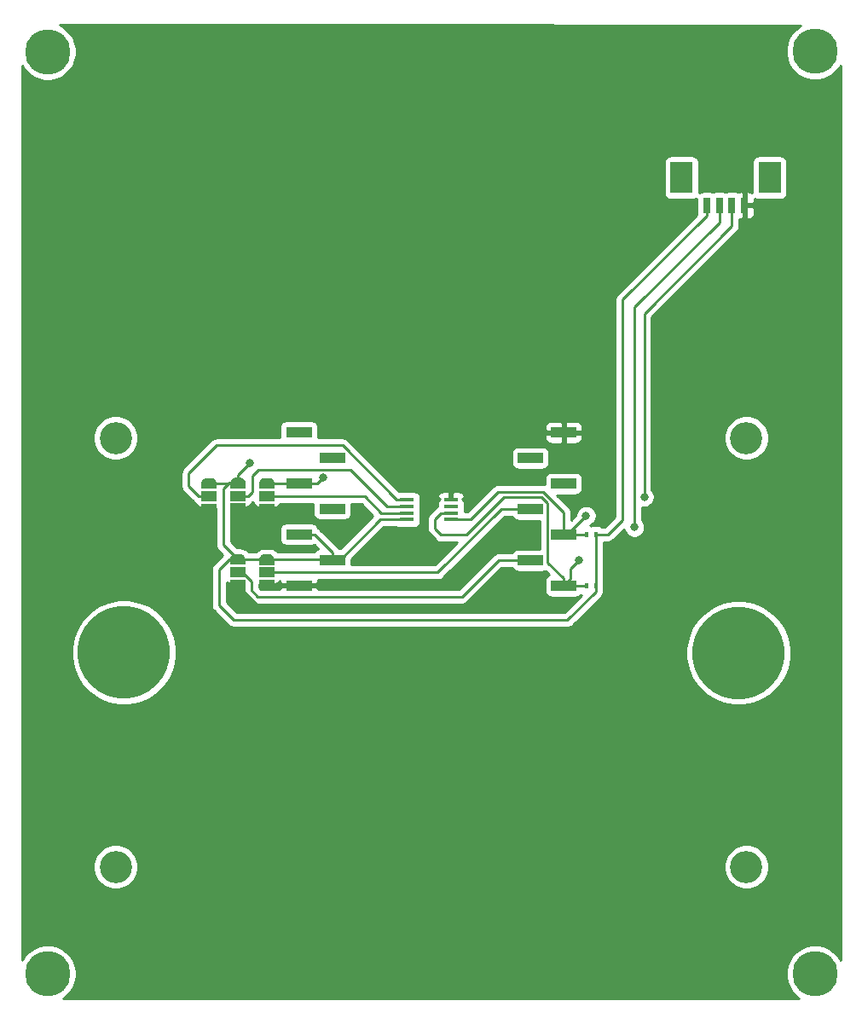
<source format=gbr>
G04 #@! TF.GenerationSoftware,KiCad,Pcbnew,(5.1.2)-2*
G04 #@! TF.CreationDate,2021-08-28T01:10:26-04:00*
G04 #@! TF.ProjectId,MAG_Plus,4d41475f-506c-4757-932e-6b696361645f,rev?*
G04 #@! TF.SameCoordinates,Original*
G04 #@! TF.FileFunction,Copper,L1,Top*
G04 #@! TF.FilePolarity,Positive*
%FSLAX46Y46*%
G04 Gerber Fmt 4.6, Leading zero omitted, Abs format (unit mm)*
G04 Created by KiCad (PCBNEW (5.1.2)-2) date 2021-08-28 01:10:26*
%MOMM*%
%LPD*%
G04 APERTURE LIST*
%ADD10C,4.500000*%
%ADD11C,3.200000*%
%ADD12C,9.200000*%
%ADD13R,2.510000X1.000000*%
%ADD14R,0.800000X1.500000*%
%ADD15R,2.200000X3.100000*%
%ADD16C,0.500000*%
%ADD17C,0.100000*%
%ADD18R,1.500000X1.000000*%
%ADD19R,1.450000X0.450000*%
%ADD20R,0.400000X0.600000*%
%ADD21C,0.800000*%
%ADD22C,0.250000*%
%ADD23C,0.254000*%
G04 APERTURE END LIST*
D10*
X124830000Y-251710000D03*
X201020000Y-251680000D03*
D11*
X194230000Y-332680000D03*
X131610000Y-332680000D03*
X194230000Y-290090000D03*
X131610000Y-290090000D03*
D12*
X132420000Y-311380000D03*
X193440000Y-311410000D03*
D10*
X201030000Y-343290000D03*
X124830000Y-343280000D03*
D13*
X149795000Y-289480000D03*
X149795000Y-294560000D03*
X149795000Y-299640000D03*
X149795000Y-304720000D03*
X153105000Y-292020000D03*
X153105000Y-297100000D03*
X153105000Y-302180000D03*
X172775000Y-292060000D03*
X172775000Y-297140000D03*
X172775000Y-302220000D03*
X176085000Y-289520000D03*
X176085000Y-294600000D03*
X176085000Y-299680000D03*
X176085000Y-304760000D03*
D14*
X194035000Y-266975000D03*
X192785000Y-266975000D03*
X191535000Y-266975000D03*
X190285000Y-266975000D03*
D15*
X196535000Y-264225000D03*
X187785000Y-264225000D03*
D16*
X146610000Y-302130000D03*
D17*
G36*
X145860000Y-302680000D02*
G01*
X145860000Y-302130000D01*
X145860602Y-302130000D01*
X145860602Y-302105466D01*
X145865412Y-302056635D01*
X145874984Y-302008510D01*
X145889228Y-301961555D01*
X145908005Y-301916222D01*
X145931136Y-301872949D01*
X145958396Y-301832150D01*
X145989524Y-301794221D01*
X146024221Y-301759524D01*
X146062150Y-301728396D01*
X146102949Y-301701136D01*
X146146222Y-301678005D01*
X146191555Y-301659228D01*
X146238510Y-301644984D01*
X146286635Y-301635412D01*
X146335466Y-301630602D01*
X146360000Y-301630602D01*
X146360000Y-301630000D01*
X146860000Y-301630000D01*
X146860000Y-301630602D01*
X146884534Y-301630602D01*
X146933365Y-301635412D01*
X146981490Y-301644984D01*
X147028445Y-301659228D01*
X147073778Y-301678005D01*
X147117051Y-301701136D01*
X147157850Y-301728396D01*
X147195779Y-301759524D01*
X147230476Y-301794221D01*
X147261604Y-301832150D01*
X147288864Y-301872949D01*
X147311995Y-301916222D01*
X147330772Y-301961555D01*
X147345016Y-302008510D01*
X147354588Y-302056635D01*
X147359398Y-302105466D01*
X147359398Y-302130000D01*
X147360000Y-302130000D01*
X147360000Y-302680000D01*
X145860000Y-302680000D01*
X145860000Y-302680000D01*
G37*
D16*
X146610000Y-304730000D03*
D17*
G36*
X147359398Y-304730000D02*
G01*
X147359398Y-304754534D01*
X147354588Y-304803365D01*
X147345016Y-304851490D01*
X147330772Y-304898445D01*
X147311995Y-304943778D01*
X147288864Y-304987051D01*
X147261604Y-305027850D01*
X147230476Y-305065779D01*
X147195779Y-305100476D01*
X147157850Y-305131604D01*
X147117051Y-305158864D01*
X147073778Y-305181995D01*
X147028445Y-305200772D01*
X146981490Y-305215016D01*
X146933365Y-305224588D01*
X146884534Y-305229398D01*
X146860000Y-305229398D01*
X146860000Y-305230000D01*
X146360000Y-305230000D01*
X146360000Y-305229398D01*
X146335466Y-305229398D01*
X146286635Y-305224588D01*
X146238510Y-305215016D01*
X146191555Y-305200772D01*
X146146222Y-305181995D01*
X146102949Y-305158864D01*
X146062150Y-305131604D01*
X146024221Y-305100476D01*
X145989524Y-305065779D01*
X145958396Y-305027850D01*
X145931136Y-304987051D01*
X145908005Y-304943778D01*
X145889228Y-304898445D01*
X145874984Y-304851490D01*
X145865412Y-304803365D01*
X145860602Y-304754534D01*
X145860602Y-304730000D01*
X145860000Y-304730000D01*
X145860000Y-304180000D01*
X147360000Y-304180000D01*
X147360000Y-304730000D01*
X147359398Y-304730000D01*
X147359398Y-304730000D01*
G37*
D18*
X146610000Y-303430000D03*
D19*
X164900000Y-298165000D03*
X164900000Y-297515000D03*
X164900000Y-296865000D03*
X164900000Y-296215000D03*
X160500000Y-296215000D03*
X160500000Y-296865000D03*
X160500000Y-297515000D03*
X160500000Y-298165000D03*
D20*
X179260000Y-304790000D03*
X178360000Y-304790000D03*
D18*
X143710000Y-303410000D03*
D16*
X143710000Y-304710000D03*
D17*
G36*
X144459398Y-304710000D02*
G01*
X144459398Y-304734534D01*
X144454588Y-304783365D01*
X144445016Y-304831490D01*
X144430772Y-304878445D01*
X144411995Y-304923778D01*
X144388864Y-304967051D01*
X144361604Y-305007850D01*
X144330476Y-305045779D01*
X144295779Y-305080476D01*
X144257850Y-305111604D01*
X144217051Y-305138864D01*
X144173778Y-305161995D01*
X144128445Y-305180772D01*
X144081490Y-305195016D01*
X144033365Y-305204588D01*
X143984534Y-305209398D01*
X143960000Y-305209398D01*
X143960000Y-305210000D01*
X143460000Y-305210000D01*
X143460000Y-305209398D01*
X143435466Y-305209398D01*
X143386635Y-305204588D01*
X143338510Y-305195016D01*
X143291555Y-305180772D01*
X143246222Y-305161995D01*
X143202949Y-305138864D01*
X143162150Y-305111604D01*
X143124221Y-305080476D01*
X143089524Y-305045779D01*
X143058396Y-305007850D01*
X143031136Y-304967051D01*
X143008005Y-304923778D01*
X142989228Y-304878445D01*
X142974984Y-304831490D01*
X142965412Y-304783365D01*
X142960602Y-304734534D01*
X142960602Y-304710000D01*
X142960000Y-304710000D01*
X142960000Y-304160000D01*
X144460000Y-304160000D01*
X144460000Y-304710000D01*
X144459398Y-304710000D01*
X144459398Y-304710000D01*
G37*
D16*
X143710000Y-302110000D03*
D17*
G36*
X142960000Y-302660000D02*
G01*
X142960000Y-302110000D01*
X142960602Y-302110000D01*
X142960602Y-302085466D01*
X142965412Y-302036635D01*
X142974984Y-301988510D01*
X142989228Y-301941555D01*
X143008005Y-301896222D01*
X143031136Y-301852949D01*
X143058396Y-301812150D01*
X143089524Y-301774221D01*
X143124221Y-301739524D01*
X143162150Y-301708396D01*
X143202949Y-301681136D01*
X143246222Y-301658005D01*
X143291555Y-301639228D01*
X143338510Y-301624984D01*
X143386635Y-301615412D01*
X143435466Y-301610602D01*
X143460000Y-301610602D01*
X143460000Y-301610000D01*
X143960000Y-301610000D01*
X143960000Y-301610602D01*
X143984534Y-301610602D01*
X144033365Y-301615412D01*
X144081490Y-301624984D01*
X144128445Y-301639228D01*
X144173778Y-301658005D01*
X144217051Y-301681136D01*
X144257850Y-301708396D01*
X144295779Y-301739524D01*
X144330476Y-301774221D01*
X144361604Y-301812150D01*
X144388864Y-301852949D01*
X144411995Y-301896222D01*
X144430772Y-301941555D01*
X144445016Y-301988510D01*
X144454588Y-302036635D01*
X144459398Y-302085466D01*
X144459398Y-302110000D01*
X144460000Y-302110000D01*
X144460000Y-302660000D01*
X142960000Y-302660000D01*
X142960000Y-302660000D01*
G37*
D20*
X178370000Y-299670000D03*
X179270000Y-299670000D03*
D16*
X143750000Y-294530000D03*
D17*
G36*
X143000000Y-295080000D02*
G01*
X143000000Y-294530000D01*
X143000602Y-294530000D01*
X143000602Y-294505466D01*
X143005412Y-294456635D01*
X143014984Y-294408510D01*
X143029228Y-294361555D01*
X143048005Y-294316222D01*
X143071136Y-294272949D01*
X143098396Y-294232150D01*
X143129524Y-294194221D01*
X143164221Y-294159524D01*
X143202150Y-294128396D01*
X143242949Y-294101136D01*
X143286222Y-294078005D01*
X143331555Y-294059228D01*
X143378510Y-294044984D01*
X143426635Y-294035412D01*
X143475466Y-294030602D01*
X143500000Y-294030602D01*
X143500000Y-294030000D01*
X144000000Y-294030000D01*
X144000000Y-294030602D01*
X144024534Y-294030602D01*
X144073365Y-294035412D01*
X144121490Y-294044984D01*
X144168445Y-294059228D01*
X144213778Y-294078005D01*
X144257051Y-294101136D01*
X144297850Y-294128396D01*
X144335779Y-294159524D01*
X144370476Y-294194221D01*
X144401604Y-294232150D01*
X144428864Y-294272949D01*
X144451995Y-294316222D01*
X144470772Y-294361555D01*
X144485016Y-294408510D01*
X144494588Y-294456635D01*
X144499398Y-294505466D01*
X144499398Y-294530000D01*
X144500000Y-294530000D01*
X144500000Y-295080000D01*
X143000000Y-295080000D01*
X143000000Y-295080000D01*
G37*
D16*
X143750000Y-297130000D03*
D17*
G36*
X144499398Y-297130000D02*
G01*
X144499398Y-297154534D01*
X144494588Y-297203365D01*
X144485016Y-297251490D01*
X144470772Y-297298445D01*
X144451995Y-297343778D01*
X144428864Y-297387051D01*
X144401604Y-297427850D01*
X144370476Y-297465779D01*
X144335779Y-297500476D01*
X144297850Y-297531604D01*
X144257051Y-297558864D01*
X144213778Y-297581995D01*
X144168445Y-297600772D01*
X144121490Y-297615016D01*
X144073365Y-297624588D01*
X144024534Y-297629398D01*
X144000000Y-297629398D01*
X144000000Y-297630000D01*
X143500000Y-297630000D01*
X143500000Y-297629398D01*
X143475466Y-297629398D01*
X143426635Y-297624588D01*
X143378510Y-297615016D01*
X143331555Y-297600772D01*
X143286222Y-297581995D01*
X143242949Y-297558864D01*
X143202150Y-297531604D01*
X143164221Y-297500476D01*
X143129524Y-297465779D01*
X143098396Y-297427850D01*
X143071136Y-297387051D01*
X143048005Y-297343778D01*
X143029228Y-297298445D01*
X143014984Y-297251490D01*
X143005412Y-297203365D01*
X143000602Y-297154534D01*
X143000602Y-297130000D01*
X143000000Y-297130000D01*
X143000000Y-296580000D01*
X144500000Y-296580000D01*
X144500000Y-297130000D01*
X144499398Y-297130000D01*
X144499398Y-297130000D01*
G37*
D18*
X143750000Y-295830000D03*
X140870000Y-295870000D03*
D16*
X140870000Y-297170000D03*
D17*
G36*
X141619398Y-297170000D02*
G01*
X141619398Y-297194534D01*
X141614588Y-297243365D01*
X141605016Y-297291490D01*
X141590772Y-297338445D01*
X141571995Y-297383778D01*
X141548864Y-297427051D01*
X141521604Y-297467850D01*
X141490476Y-297505779D01*
X141455779Y-297540476D01*
X141417850Y-297571604D01*
X141377051Y-297598864D01*
X141333778Y-297621995D01*
X141288445Y-297640772D01*
X141241490Y-297655016D01*
X141193365Y-297664588D01*
X141144534Y-297669398D01*
X141120000Y-297669398D01*
X141120000Y-297670000D01*
X140620000Y-297670000D01*
X140620000Y-297669398D01*
X140595466Y-297669398D01*
X140546635Y-297664588D01*
X140498510Y-297655016D01*
X140451555Y-297640772D01*
X140406222Y-297621995D01*
X140362949Y-297598864D01*
X140322150Y-297571604D01*
X140284221Y-297540476D01*
X140249524Y-297505779D01*
X140218396Y-297467850D01*
X140191136Y-297427051D01*
X140168005Y-297383778D01*
X140149228Y-297338445D01*
X140134984Y-297291490D01*
X140125412Y-297243365D01*
X140120602Y-297194534D01*
X140120602Y-297170000D01*
X140120000Y-297170000D01*
X140120000Y-296620000D01*
X141620000Y-296620000D01*
X141620000Y-297170000D01*
X141619398Y-297170000D01*
X141619398Y-297170000D01*
G37*
D16*
X140870000Y-294570000D03*
D17*
G36*
X140120000Y-295120000D02*
G01*
X140120000Y-294570000D01*
X140120602Y-294570000D01*
X140120602Y-294545466D01*
X140125412Y-294496635D01*
X140134984Y-294448510D01*
X140149228Y-294401555D01*
X140168005Y-294356222D01*
X140191136Y-294312949D01*
X140218396Y-294272150D01*
X140249524Y-294234221D01*
X140284221Y-294199524D01*
X140322150Y-294168396D01*
X140362949Y-294141136D01*
X140406222Y-294118005D01*
X140451555Y-294099228D01*
X140498510Y-294084984D01*
X140546635Y-294075412D01*
X140595466Y-294070602D01*
X140620000Y-294070602D01*
X140620000Y-294070000D01*
X141120000Y-294070000D01*
X141120000Y-294070602D01*
X141144534Y-294070602D01*
X141193365Y-294075412D01*
X141241490Y-294084984D01*
X141288445Y-294099228D01*
X141333778Y-294118005D01*
X141377051Y-294141136D01*
X141417850Y-294168396D01*
X141455779Y-294199524D01*
X141490476Y-294234221D01*
X141521604Y-294272150D01*
X141548864Y-294312949D01*
X141571995Y-294356222D01*
X141590772Y-294401555D01*
X141605016Y-294448510D01*
X141614588Y-294496635D01*
X141619398Y-294545466D01*
X141619398Y-294570000D01*
X141620000Y-294570000D01*
X141620000Y-295120000D01*
X140120000Y-295120000D01*
X140120000Y-295120000D01*
G37*
D16*
X146620000Y-294550000D03*
D17*
G36*
X145870000Y-295100000D02*
G01*
X145870000Y-294550000D01*
X145870602Y-294550000D01*
X145870602Y-294525466D01*
X145875412Y-294476635D01*
X145884984Y-294428510D01*
X145899228Y-294381555D01*
X145918005Y-294336222D01*
X145941136Y-294292949D01*
X145968396Y-294252150D01*
X145999524Y-294214221D01*
X146034221Y-294179524D01*
X146072150Y-294148396D01*
X146112949Y-294121136D01*
X146156222Y-294098005D01*
X146201555Y-294079228D01*
X146248510Y-294064984D01*
X146296635Y-294055412D01*
X146345466Y-294050602D01*
X146370000Y-294050602D01*
X146370000Y-294050000D01*
X146870000Y-294050000D01*
X146870000Y-294050602D01*
X146894534Y-294050602D01*
X146943365Y-294055412D01*
X146991490Y-294064984D01*
X147038445Y-294079228D01*
X147083778Y-294098005D01*
X147127051Y-294121136D01*
X147167850Y-294148396D01*
X147205779Y-294179524D01*
X147240476Y-294214221D01*
X147271604Y-294252150D01*
X147298864Y-294292949D01*
X147321995Y-294336222D01*
X147340772Y-294381555D01*
X147355016Y-294428510D01*
X147364588Y-294476635D01*
X147369398Y-294525466D01*
X147369398Y-294550000D01*
X147370000Y-294550000D01*
X147370000Y-295100000D01*
X145870000Y-295100000D01*
X145870000Y-295100000D01*
G37*
D16*
X146620000Y-297150000D03*
D17*
G36*
X147369398Y-297150000D02*
G01*
X147369398Y-297174534D01*
X147364588Y-297223365D01*
X147355016Y-297271490D01*
X147340772Y-297318445D01*
X147321995Y-297363778D01*
X147298864Y-297407051D01*
X147271604Y-297447850D01*
X147240476Y-297485779D01*
X147205779Y-297520476D01*
X147167850Y-297551604D01*
X147127051Y-297578864D01*
X147083778Y-297601995D01*
X147038445Y-297620772D01*
X146991490Y-297635016D01*
X146943365Y-297644588D01*
X146894534Y-297649398D01*
X146870000Y-297649398D01*
X146870000Y-297650000D01*
X146370000Y-297650000D01*
X146370000Y-297649398D01*
X146345466Y-297649398D01*
X146296635Y-297644588D01*
X146248510Y-297635016D01*
X146201555Y-297620772D01*
X146156222Y-297601995D01*
X146112949Y-297578864D01*
X146072150Y-297551604D01*
X146034221Y-297520476D01*
X145999524Y-297485779D01*
X145968396Y-297447850D01*
X145941136Y-297407051D01*
X145918005Y-297363778D01*
X145899228Y-297318445D01*
X145884984Y-297271490D01*
X145875412Y-297223365D01*
X145870602Y-297174534D01*
X145870602Y-297150000D01*
X145870000Y-297150000D01*
X145870000Y-296600000D01*
X147370000Y-296600000D01*
X147370000Y-297150000D01*
X147369398Y-297150000D01*
X147369398Y-297150000D01*
G37*
D18*
X146620000Y-295850000D03*
D21*
X183110000Y-298940000D03*
X177640000Y-302210000D03*
X178310000Y-297800000D03*
X184080000Y-295940000D03*
X144220000Y-299500000D03*
X141320000Y-299540000D03*
X148700000Y-306960000D03*
X154440000Y-304790000D03*
X143450000Y-306700000D03*
X138510000Y-299370000D03*
X152220000Y-293980000D03*
X144950000Y-292560000D03*
D22*
X178360000Y-304790000D02*
X176115000Y-304790000D01*
X176115000Y-304790000D02*
X176085000Y-304760000D01*
X176085000Y-304010000D02*
X176085000Y-304760000D01*
X174504999Y-302429999D02*
X176085000Y-304010000D01*
X163925000Y-297515000D02*
X163290000Y-298150000D01*
X163290000Y-299060000D02*
X163920000Y-299690000D01*
X163920000Y-299690000D02*
X166390000Y-299690000D01*
X164900000Y-297515000D02*
X163925000Y-297515000D01*
X174504999Y-296529997D02*
X174504999Y-302429999D01*
X173885002Y-295910000D02*
X174504999Y-296529997D01*
X170170000Y-295910000D02*
X173885002Y-295910000D01*
X163290000Y-298150000D02*
X163290000Y-299060000D01*
X166390000Y-299690000D02*
X170170000Y-295910000D01*
X191535000Y-267975000D02*
X191540000Y-267980000D01*
X191535000Y-266975000D02*
X191535000Y-267975000D01*
X191540000Y-267980000D02*
X191540000Y-268650000D01*
X191540000Y-268650000D02*
X183110000Y-277080000D01*
X183110000Y-277080000D02*
X183110000Y-298940000D01*
X176760000Y-304085000D02*
X176085000Y-304760000D01*
X177640000Y-302210000D02*
X176760000Y-303090000D01*
X176760000Y-303090000D02*
X176760000Y-304085000D01*
X176095000Y-299670000D02*
X176085000Y-299680000D01*
X178370000Y-299670000D02*
X176095000Y-299670000D01*
X174071402Y-295459989D02*
X169530011Y-295459989D01*
X176085000Y-299680000D02*
X176085000Y-297473587D01*
X166825000Y-298165000D02*
X165875000Y-298165000D01*
X176085000Y-297473587D02*
X174071402Y-295459989D01*
X165875000Y-298165000D02*
X164900000Y-298165000D01*
X169530011Y-295459989D02*
X166825000Y-298165000D01*
X176430000Y-299680000D02*
X176085000Y-299680000D01*
X178310000Y-297800000D02*
X176430000Y-299680000D01*
X184080000Y-277740000D02*
X184080000Y-295940000D01*
X192790000Y-269030000D02*
X184080000Y-277740000D01*
X192790000Y-267980000D02*
X192790000Y-269030000D01*
X192785000Y-266975000D02*
X192785000Y-267975000D01*
X192785000Y-267975000D02*
X192790000Y-267980000D01*
X146620000Y-297150000D02*
X144270000Y-299500000D01*
X144270000Y-299500000D02*
X144220000Y-299500000D01*
X140870000Y-299090000D02*
X140870000Y-297170000D01*
X141320000Y-299540000D02*
X140870000Y-299090000D01*
X143710000Y-304710000D02*
X145960000Y-306960000D01*
X145960000Y-306960000D02*
X148700000Y-306960000D01*
X149865000Y-304790000D02*
X149795000Y-304720000D01*
X154440000Y-304790000D02*
X149865000Y-304790000D01*
X143710000Y-304710000D02*
X143710000Y-306440000D01*
X143710000Y-306440000D02*
X143450000Y-306700000D01*
X140710000Y-297170000D02*
X140870000Y-297170000D01*
X138510000Y-299370000D02*
X140710000Y-297170000D01*
X146590000Y-302110000D02*
X146610000Y-302130000D01*
X143710000Y-302110000D02*
X146590000Y-302110000D01*
X153105000Y-302180000D02*
X153105000Y-301430000D01*
X151300000Y-299640000D02*
X149795000Y-299640000D01*
X151315000Y-299640000D02*
X151300000Y-299640000D01*
X153105000Y-301430000D02*
X151315000Y-299640000D01*
X146620000Y-294550000D02*
X149785000Y-294550000D01*
X149785000Y-294550000D02*
X149795000Y-294560000D01*
X153055000Y-302130000D02*
X153105000Y-302180000D01*
X146610000Y-302130000D02*
X153055000Y-302130000D01*
X143750000Y-294530000D02*
X143750000Y-293760000D01*
X143710000Y-294570000D02*
X143750000Y-294530000D01*
X140870000Y-294570000D02*
X143710000Y-294570000D01*
X143750000Y-293760000D02*
X144950000Y-292560000D01*
X149795000Y-294560000D02*
X151640000Y-294560000D01*
X151640000Y-294560000D02*
X151820001Y-294379999D01*
X151820001Y-294379999D02*
X152220000Y-293980000D01*
X157875000Y-298165000D02*
X160500000Y-298165000D01*
X153105000Y-302180000D02*
X153860000Y-302180000D01*
X153860000Y-302180000D02*
X157875000Y-298165000D01*
X179270000Y-299670000D02*
X179270000Y-304780000D01*
X179270000Y-304780000D02*
X179260000Y-304790000D01*
X143310000Y-308150000D02*
X141840000Y-306680000D01*
X141840000Y-303132408D02*
X142862408Y-302110000D01*
X141840000Y-306680000D02*
X141840000Y-303132408D01*
X176450000Y-308150000D02*
X143310000Y-308150000D01*
X179260000Y-304790000D02*
X179260000Y-305340000D01*
X142862408Y-302110000D02*
X143710000Y-302110000D01*
X179260000Y-305340000D02*
X176450000Y-308150000D01*
X142300000Y-300700000D02*
X143710000Y-302110000D01*
X143750000Y-294530000D02*
X142902408Y-294530000D01*
X142902408Y-294530000D02*
X142300000Y-295132408D01*
X142300000Y-295132408D02*
X142300000Y-300700000D01*
X190285000Y-267975000D02*
X181930000Y-276330000D01*
X190285000Y-266975000D02*
X190285000Y-267975000D01*
X181930000Y-276330000D02*
X181930000Y-298220000D01*
X179720000Y-299670000D02*
X179270000Y-299670000D01*
X180480000Y-299670000D02*
X179720000Y-299670000D01*
X181930000Y-298220000D02*
X180480000Y-299670000D01*
X145720000Y-305850000D02*
X165980000Y-305850000D01*
X144169636Y-303410000D02*
X145080000Y-304320364D01*
X145080000Y-304320364D02*
X145080000Y-305210000D01*
X165980000Y-305850000D02*
X169610000Y-302220000D01*
X145080000Y-305210000D02*
X145720000Y-305850000D01*
X169610000Y-302220000D02*
X172775000Y-302220000D01*
X143710000Y-303410000D02*
X144169636Y-303410000D01*
X169880000Y-297140000D02*
X172775000Y-297140000D01*
X146610000Y-303430000D02*
X163590000Y-303430000D01*
X163590000Y-303430000D02*
X169880000Y-297140000D01*
X156310000Y-295890000D02*
X157935000Y-297515000D01*
X146620000Y-295850000D02*
X146620000Y-296000000D01*
X157935000Y-297515000D02*
X160500000Y-297515000D01*
X146730000Y-295890000D02*
X156310000Y-295890000D01*
X146620000Y-296000000D02*
X146730000Y-295890000D01*
X141600000Y-290820000D02*
X154130000Y-290820000D01*
X154130000Y-290820000D02*
X159525000Y-296215000D01*
X159525000Y-296215000D02*
X160500000Y-296215000D01*
X138860000Y-294860000D02*
X138860000Y-293560000D01*
X139870000Y-295870000D02*
X138860000Y-294860000D01*
X140870000Y-295870000D02*
X139870000Y-295870000D01*
X138860000Y-293560000D02*
X141600000Y-290820000D01*
X158565000Y-296865000D02*
X159525000Y-296865000D01*
X145160000Y-295420000D02*
X145160000Y-293840000D01*
X159525000Y-296865000D02*
X160500000Y-296865000D01*
X144750000Y-295830000D02*
X145160000Y-295420000D01*
X145760000Y-293240000D02*
X154940000Y-293240000D01*
X154940000Y-293240000D02*
X158565000Y-296865000D01*
X145160000Y-293840000D02*
X145760000Y-293240000D01*
X143750000Y-295830000D02*
X144750000Y-295830000D01*
D23*
G36*
X199636252Y-249134831D02*
G01*
X199180920Y-249439074D01*
X198779074Y-249840920D01*
X198463346Y-250313440D01*
X198245869Y-250838477D01*
X198135000Y-251395852D01*
X198135000Y-251964148D01*
X198245869Y-252521523D01*
X198463346Y-253046560D01*
X198779074Y-253519080D01*
X199180920Y-253920926D01*
X199653440Y-254236654D01*
X200178477Y-254454131D01*
X200735852Y-254565000D01*
X201304148Y-254565000D01*
X201861523Y-254454131D01*
X202386560Y-254236654D01*
X202859080Y-253920926D01*
X203260926Y-253519080D01*
X203560001Y-253071483D01*
X203560000Y-341883550D01*
X203270926Y-341450920D01*
X202869080Y-341049074D01*
X202396560Y-340733346D01*
X201871523Y-340515869D01*
X201314148Y-340405000D01*
X200745852Y-340405000D01*
X200188477Y-340515869D01*
X199663440Y-340733346D01*
X199190920Y-341049074D01*
X198789074Y-341450920D01*
X198473346Y-341923440D01*
X198255869Y-342448477D01*
X198145000Y-343005852D01*
X198145000Y-343574148D01*
X198255869Y-344131523D01*
X198473346Y-344656560D01*
X198789074Y-345129080D01*
X199190920Y-345530926D01*
X199473889Y-345720000D01*
X126371145Y-345720000D01*
X126669080Y-345520926D01*
X127070926Y-345119080D01*
X127386654Y-344646560D01*
X127604131Y-344121523D01*
X127715000Y-343564148D01*
X127715000Y-342995852D01*
X127604131Y-342438477D01*
X127386654Y-341913440D01*
X127070926Y-341440920D01*
X126669080Y-341039074D01*
X126196560Y-340723346D01*
X125671523Y-340505869D01*
X125114148Y-340395000D01*
X124545852Y-340395000D01*
X123988477Y-340505869D01*
X123463440Y-340723346D01*
X122990920Y-341039074D01*
X122589074Y-341440920D01*
X122280000Y-341903482D01*
X122280000Y-332459872D01*
X129375000Y-332459872D01*
X129375000Y-332900128D01*
X129460890Y-333331925D01*
X129629369Y-333738669D01*
X129873962Y-334104729D01*
X130185271Y-334416038D01*
X130551331Y-334660631D01*
X130958075Y-334829110D01*
X131389872Y-334915000D01*
X131830128Y-334915000D01*
X132261925Y-334829110D01*
X132668669Y-334660631D01*
X133034729Y-334416038D01*
X133346038Y-334104729D01*
X133590631Y-333738669D01*
X133759110Y-333331925D01*
X133845000Y-332900128D01*
X133845000Y-332459872D01*
X191995000Y-332459872D01*
X191995000Y-332900128D01*
X192080890Y-333331925D01*
X192249369Y-333738669D01*
X192493962Y-334104729D01*
X192805271Y-334416038D01*
X193171331Y-334660631D01*
X193578075Y-334829110D01*
X194009872Y-334915000D01*
X194450128Y-334915000D01*
X194881925Y-334829110D01*
X195288669Y-334660631D01*
X195654729Y-334416038D01*
X195966038Y-334104729D01*
X196210631Y-333738669D01*
X196379110Y-333331925D01*
X196465000Y-332900128D01*
X196465000Y-332459872D01*
X196379110Y-332028075D01*
X196210631Y-331621331D01*
X195966038Y-331255271D01*
X195654729Y-330943962D01*
X195288669Y-330699369D01*
X194881925Y-330530890D01*
X194450128Y-330445000D01*
X194009872Y-330445000D01*
X193578075Y-330530890D01*
X193171331Y-330699369D01*
X192805271Y-330943962D01*
X192493962Y-331255271D01*
X192249369Y-331621331D01*
X192080890Y-332028075D01*
X191995000Y-332459872D01*
X133845000Y-332459872D01*
X133759110Y-332028075D01*
X133590631Y-331621331D01*
X133346038Y-331255271D01*
X133034729Y-330943962D01*
X132668669Y-330699369D01*
X132261925Y-330530890D01*
X131830128Y-330445000D01*
X131389872Y-330445000D01*
X130958075Y-330530890D01*
X130551331Y-330699369D01*
X130185271Y-330943962D01*
X129873962Y-331255271D01*
X129629369Y-331621331D01*
X129460890Y-332028075D01*
X129375000Y-332459872D01*
X122280000Y-332459872D01*
X122280000Y-310864397D01*
X127185000Y-310864397D01*
X127185000Y-311895603D01*
X127386178Y-312906993D01*
X127780803Y-313859702D01*
X128353710Y-314717118D01*
X129082882Y-315446290D01*
X129940298Y-316019197D01*
X130893007Y-316413822D01*
X131904397Y-316615000D01*
X132935603Y-316615000D01*
X133946993Y-316413822D01*
X134899702Y-316019197D01*
X135757118Y-315446290D01*
X136486290Y-314717118D01*
X137059197Y-313859702D01*
X137453822Y-312906993D01*
X137655000Y-311895603D01*
X137655000Y-310894397D01*
X188205000Y-310894397D01*
X188205000Y-311925603D01*
X188406178Y-312936993D01*
X188800803Y-313889702D01*
X189373710Y-314747118D01*
X190102882Y-315476290D01*
X190960298Y-316049197D01*
X191913007Y-316443822D01*
X192924397Y-316645000D01*
X193955603Y-316645000D01*
X194966993Y-316443822D01*
X195919702Y-316049197D01*
X196777118Y-315476290D01*
X197506290Y-314747118D01*
X198079197Y-313889702D01*
X198473822Y-312936993D01*
X198675000Y-311925603D01*
X198675000Y-310894397D01*
X198473822Y-309883007D01*
X198079197Y-308930298D01*
X197506290Y-308072882D01*
X196777118Y-307343710D01*
X195919702Y-306770803D01*
X194966993Y-306376178D01*
X193955603Y-306175000D01*
X192924397Y-306175000D01*
X191913007Y-306376178D01*
X190960298Y-306770803D01*
X190102882Y-307343710D01*
X189373710Y-308072882D01*
X188800803Y-308930298D01*
X188406178Y-309883007D01*
X188205000Y-310894397D01*
X137655000Y-310894397D01*
X137655000Y-310864397D01*
X137453822Y-309853007D01*
X137059197Y-308900298D01*
X136486290Y-308042882D01*
X135757118Y-307313710D01*
X134899702Y-306740803D01*
X133946993Y-306346178D01*
X132935603Y-306145000D01*
X131904397Y-306145000D01*
X130893007Y-306346178D01*
X129940298Y-306740803D01*
X129082882Y-307313710D01*
X128353710Y-308042882D01*
X127780803Y-308900298D01*
X127386178Y-309853007D01*
X127185000Y-310864397D01*
X122280000Y-310864397D01*
X122280000Y-293560000D01*
X138096324Y-293560000D01*
X138100001Y-293597332D01*
X138100000Y-294822677D01*
X138096324Y-294860000D01*
X138100000Y-294897322D01*
X138100000Y-294897332D01*
X138110997Y-295008985D01*
X138144975Y-295120997D01*
X138154454Y-295152246D01*
X138225026Y-295284276D01*
X138253522Y-295318998D01*
X138319999Y-295400001D01*
X138349002Y-295423804D01*
X139306201Y-296381003D01*
X139329999Y-296410001D01*
X139445724Y-296504974D01*
X139507366Y-296537923D01*
X139530498Y-296614180D01*
X139589463Y-296724494D01*
X139668815Y-296821185D01*
X139765506Y-296900537D01*
X139875820Y-296959502D01*
X139995518Y-296995812D01*
X140120000Y-297008072D01*
X141540000Y-297008072D01*
X141540001Y-300662668D01*
X141536324Y-300700000D01*
X141540001Y-300737333D01*
X141544014Y-300778072D01*
X141550998Y-300848985D01*
X141594454Y-300992246D01*
X141665026Y-301124276D01*
X141721393Y-301192958D01*
X141760000Y-301240001D01*
X141788998Y-301263799D01*
X142211402Y-301686204D01*
X141328998Y-302568609D01*
X141300000Y-302592407D01*
X141276202Y-302621405D01*
X141276201Y-302621406D01*
X141205026Y-302708132D01*
X141134454Y-302840162D01*
X141107203Y-302930000D01*
X141090998Y-302983422D01*
X141087938Y-303014494D01*
X141076324Y-303132408D01*
X141080001Y-303169740D01*
X141080000Y-306642677D01*
X141076324Y-306680000D01*
X141080000Y-306717322D01*
X141080000Y-306717332D01*
X141090997Y-306828985D01*
X141134454Y-306972246D01*
X141205026Y-307104276D01*
X141244871Y-307152826D01*
X141299999Y-307220001D01*
X141329003Y-307243804D01*
X142746201Y-308661003D01*
X142769999Y-308690001D01*
X142798997Y-308713799D01*
X142885723Y-308784974D01*
X143017753Y-308855546D01*
X143161014Y-308899003D01*
X143272667Y-308910000D01*
X143272677Y-308910000D01*
X143310000Y-308913676D01*
X143347323Y-308910000D01*
X176412678Y-308910000D01*
X176450000Y-308913676D01*
X176487322Y-308910000D01*
X176487333Y-308910000D01*
X176598986Y-308899003D01*
X176742247Y-308855546D01*
X176874276Y-308784974D01*
X176990001Y-308690001D01*
X177013804Y-308660997D01*
X179771003Y-305903799D01*
X179800001Y-305880001D01*
X179857858Y-305809502D01*
X179894974Y-305764277D01*
X179965546Y-305632247D01*
X179983065Y-305574494D01*
X180009003Y-305488986D01*
X180018546Y-305392093D01*
X180049502Y-305334180D01*
X180085812Y-305214482D01*
X180098072Y-305090000D01*
X180098072Y-304490000D01*
X180085812Y-304365518D01*
X180049502Y-304245820D01*
X180030000Y-304209335D01*
X180030000Y-300430000D01*
X180442678Y-300430000D01*
X180480000Y-300433676D01*
X180517322Y-300430000D01*
X180517333Y-300430000D01*
X180628986Y-300419003D01*
X180772247Y-300375546D01*
X180904276Y-300304974D01*
X181020001Y-300210001D01*
X181043804Y-300180997D01*
X182092895Y-299131906D01*
X182114774Y-299241898D01*
X182192795Y-299430256D01*
X182306063Y-299599774D01*
X182450226Y-299743937D01*
X182619744Y-299857205D01*
X182808102Y-299935226D01*
X183008061Y-299975000D01*
X183211939Y-299975000D01*
X183411898Y-299935226D01*
X183600256Y-299857205D01*
X183769774Y-299743937D01*
X183913937Y-299599774D01*
X184027205Y-299430256D01*
X184105226Y-299241898D01*
X184145000Y-299041939D01*
X184145000Y-298838061D01*
X184105226Y-298638102D01*
X184027205Y-298449744D01*
X183913937Y-298280226D01*
X183870000Y-298236289D01*
X183870000Y-296953506D01*
X183978061Y-296975000D01*
X184181939Y-296975000D01*
X184381898Y-296935226D01*
X184570256Y-296857205D01*
X184739774Y-296743937D01*
X184883937Y-296599774D01*
X184997205Y-296430256D01*
X185075226Y-296241898D01*
X185115000Y-296041939D01*
X185115000Y-295838061D01*
X185075226Y-295638102D01*
X184997205Y-295449744D01*
X184883937Y-295280226D01*
X184840000Y-295236289D01*
X184840000Y-289869872D01*
X191995000Y-289869872D01*
X191995000Y-290310128D01*
X192080890Y-290741925D01*
X192249369Y-291148669D01*
X192493962Y-291514729D01*
X192805271Y-291826038D01*
X193171331Y-292070631D01*
X193578075Y-292239110D01*
X194009872Y-292325000D01*
X194450128Y-292325000D01*
X194881925Y-292239110D01*
X195288669Y-292070631D01*
X195654729Y-291826038D01*
X195966038Y-291514729D01*
X196210631Y-291148669D01*
X196379110Y-290741925D01*
X196465000Y-290310128D01*
X196465000Y-289869872D01*
X196379110Y-289438075D01*
X196210631Y-289031331D01*
X195966038Y-288665271D01*
X195654729Y-288353962D01*
X195288669Y-288109369D01*
X194881925Y-287940890D01*
X194450128Y-287855000D01*
X194009872Y-287855000D01*
X193578075Y-287940890D01*
X193171331Y-288109369D01*
X192805271Y-288353962D01*
X192493962Y-288665271D01*
X192249369Y-289031331D01*
X192080890Y-289438075D01*
X191995000Y-289869872D01*
X184840000Y-289869872D01*
X184840000Y-278054801D01*
X193301003Y-269593799D01*
X193330001Y-269570001D01*
X193356332Y-269537917D01*
X193424974Y-269454277D01*
X193495546Y-269322247D01*
X193506852Y-269284974D01*
X193539003Y-269178986D01*
X193550000Y-269067333D01*
X193550000Y-269067324D01*
X193553676Y-269030001D01*
X193550000Y-268992678D01*
X193550000Y-268354701D01*
X193635000Y-268363072D01*
X193749250Y-268360000D01*
X193908000Y-268201250D01*
X193908000Y-267102000D01*
X194162000Y-267102000D01*
X194162000Y-268201250D01*
X194320750Y-268360000D01*
X194435000Y-268363072D01*
X194559482Y-268350812D01*
X194679180Y-268314502D01*
X194789494Y-268255537D01*
X194886185Y-268176185D01*
X194965537Y-268079494D01*
X195024502Y-267969180D01*
X195060812Y-267849482D01*
X195073072Y-267725000D01*
X195070000Y-267260750D01*
X194911250Y-267102000D01*
X194162000Y-267102000D01*
X193908000Y-267102000D01*
X193888000Y-267102000D01*
X193888000Y-266848000D01*
X193908000Y-266848000D01*
X193908000Y-265748750D01*
X194162000Y-265748750D01*
X194162000Y-266848000D01*
X194911250Y-266848000D01*
X195070000Y-266689250D01*
X195072582Y-266299034D01*
X195080506Y-266305537D01*
X195190820Y-266364502D01*
X195310518Y-266400812D01*
X195435000Y-266413072D01*
X197635000Y-266413072D01*
X197759482Y-266400812D01*
X197879180Y-266364502D01*
X197989494Y-266305537D01*
X198086185Y-266226185D01*
X198165537Y-266129494D01*
X198224502Y-266019180D01*
X198260812Y-265899482D01*
X198273072Y-265775000D01*
X198273072Y-262675000D01*
X198260812Y-262550518D01*
X198224502Y-262430820D01*
X198165537Y-262320506D01*
X198086185Y-262223815D01*
X197989494Y-262144463D01*
X197879180Y-262085498D01*
X197759482Y-262049188D01*
X197635000Y-262036928D01*
X195435000Y-262036928D01*
X195310518Y-262049188D01*
X195190820Y-262085498D01*
X195080506Y-262144463D01*
X194983815Y-262223815D01*
X194904463Y-262320506D01*
X194845498Y-262430820D01*
X194809188Y-262550518D01*
X194796928Y-262675000D01*
X194796928Y-265700564D01*
X194789494Y-265694463D01*
X194679180Y-265635498D01*
X194559482Y-265599188D01*
X194435000Y-265586928D01*
X194320750Y-265590000D01*
X194162000Y-265748750D01*
X193908000Y-265748750D01*
X193749250Y-265590000D01*
X193635000Y-265586928D01*
X193510518Y-265599188D01*
X193410000Y-265629680D01*
X193309482Y-265599188D01*
X193185000Y-265586928D01*
X192385000Y-265586928D01*
X192260518Y-265599188D01*
X192160000Y-265629680D01*
X192059482Y-265599188D01*
X191935000Y-265586928D01*
X191135000Y-265586928D01*
X191010518Y-265599188D01*
X190910000Y-265629680D01*
X190809482Y-265599188D01*
X190685000Y-265586928D01*
X189885000Y-265586928D01*
X189760518Y-265599188D01*
X189640820Y-265635498D01*
X189530506Y-265694463D01*
X189523072Y-265700564D01*
X189523072Y-262675000D01*
X189510812Y-262550518D01*
X189474502Y-262430820D01*
X189415537Y-262320506D01*
X189336185Y-262223815D01*
X189239494Y-262144463D01*
X189129180Y-262085498D01*
X189009482Y-262049188D01*
X188885000Y-262036928D01*
X186685000Y-262036928D01*
X186560518Y-262049188D01*
X186440820Y-262085498D01*
X186330506Y-262144463D01*
X186233815Y-262223815D01*
X186154463Y-262320506D01*
X186095498Y-262430820D01*
X186059188Y-262550518D01*
X186046928Y-262675000D01*
X186046928Y-265775000D01*
X186059188Y-265899482D01*
X186095498Y-266019180D01*
X186154463Y-266129494D01*
X186233815Y-266226185D01*
X186330506Y-266305537D01*
X186440820Y-266364502D01*
X186560518Y-266400812D01*
X186685000Y-266413072D01*
X188885000Y-266413072D01*
X189009482Y-266400812D01*
X189129180Y-266364502D01*
X189239494Y-266305537D01*
X189246928Y-266299436D01*
X189246928Y-267725000D01*
X189259188Y-267849482D01*
X189276999Y-267908199D01*
X181419003Y-275766196D01*
X181389999Y-275789999D01*
X181334871Y-275857174D01*
X181295026Y-275905724D01*
X181224455Y-276037753D01*
X181224454Y-276037754D01*
X181180997Y-276181015D01*
X181170000Y-276292668D01*
X181170000Y-276292678D01*
X181166324Y-276330000D01*
X181170000Y-276367322D01*
X181170001Y-297905197D01*
X180165199Y-298910000D01*
X179910444Y-298910000D01*
X179824494Y-298839463D01*
X179714180Y-298780498D01*
X179594482Y-298744188D01*
X179470000Y-298731928D01*
X179070000Y-298731928D01*
X178945518Y-298744188D01*
X178825820Y-298780498D01*
X178820000Y-298783609D01*
X178814180Y-298780498D01*
X178717937Y-298751303D01*
X178800256Y-298717205D01*
X178969774Y-298603937D01*
X179113937Y-298459774D01*
X179227205Y-298290256D01*
X179305226Y-298101898D01*
X179345000Y-297901939D01*
X179345000Y-297698061D01*
X179305226Y-297498102D01*
X179227205Y-297309744D01*
X179113937Y-297140226D01*
X178969774Y-296996063D01*
X178800256Y-296882795D01*
X178611898Y-296804774D01*
X178411939Y-296765000D01*
X178208061Y-296765000D01*
X178008102Y-296804774D01*
X177819744Y-296882795D01*
X177650226Y-296996063D01*
X177506063Y-297140226D01*
X177392795Y-297309744D01*
X177314774Y-297498102D01*
X177275000Y-297698061D01*
X177275000Y-297760198D01*
X176845000Y-298190198D01*
X176845000Y-297510920D01*
X176848677Y-297473587D01*
X176834003Y-297324601D01*
X176790546Y-297181340D01*
X176719974Y-297049311D01*
X176648799Y-296962584D01*
X176625001Y-296933586D01*
X176596003Y-296909788D01*
X175424286Y-295738072D01*
X177340000Y-295738072D01*
X177464482Y-295725812D01*
X177584180Y-295689502D01*
X177694494Y-295630537D01*
X177791185Y-295551185D01*
X177870537Y-295454494D01*
X177929502Y-295344180D01*
X177965812Y-295224482D01*
X177978072Y-295100000D01*
X177978072Y-294100000D01*
X177965812Y-293975518D01*
X177929502Y-293855820D01*
X177870537Y-293745506D01*
X177791185Y-293648815D01*
X177694494Y-293569463D01*
X177584180Y-293510498D01*
X177464482Y-293474188D01*
X177340000Y-293461928D01*
X174830000Y-293461928D01*
X174705518Y-293474188D01*
X174585820Y-293510498D01*
X174475506Y-293569463D01*
X174378815Y-293648815D01*
X174299463Y-293745506D01*
X174240498Y-293855820D01*
X174204188Y-293975518D01*
X174191928Y-294100000D01*
X174191928Y-294708183D01*
X174108735Y-294699989D01*
X174108724Y-294699989D01*
X174071402Y-294696313D01*
X174034080Y-294699989D01*
X169567333Y-294699989D01*
X169530010Y-294696313D01*
X169492687Y-294699989D01*
X169492678Y-294699989D01*
X169381025Y-294710986D01*
X169237764Y-294754443D01*
X169105735Y-294825015D01*
X168990010Y-294919988D01*
X168966212Y-294948986D01*
X166510199Y-297405000D01*
X166263072Y-297405000D01*
X166263072Y-297290000D01*
X166253223Y-297190000D01*
X166263072Y-297090000D01*
X166263072Y-296640000D01*
X166252905Y-296536773D01*
X166260000Y-296471750D01*
X166227753Y-296439503D01*
X166214502Y-296395820D01*
X166155537Y-296285506D01*
X166076185Y-296188815D01*
X165988678Y-296117000D01*
X166101250Y-296117000D01*
X166260000Y-295958250D01*
X166248844Y-295856004D01*
X166210715Y-295736873D01*
X166150078Y-295627469D01*
X166069263Y-295531997D01*
X165971375Y-295454126D01*
X165860175Y-295396849D01*
X165739939Y-295362366D01*
X165615285Y-295352002D01*
X165185750Y-295355000D01*
X165027000Y-295513750D01*
X165027000Y-296001928D01*
X164773000Y-296001928D01*
X164773000Y-295513750D01*
X164614250Y-295355000D01*
X164184715Y-295352002D01*
X164060061Y-295362366D01*
X163939825Y-295396849D01*
X163828625Y-295454126D01*
X163730737Y-295531997D01*
X163649922Y-295627469D01*
X163589285Y-295736873D01*
X163551156Y-295856004D01*
X163540000Y-295958250D01*
X163698750Y-296117000D01*
X163811322Y-296117000D01*
X163723815Y-296188815D01*
X163644463Y-296285506D01*
X163585498Y-296395820D01*
X163572247Y-296439503D01*
X163540000Y-296471750D01*
X163547095Y-296536773D01*
X163536928Y-296640000D01*
X163536928Y-296860674D01*
X163500724Y-296880026D01*
X163384999Y-296974999D01*
X163361201Y-297003997D01*
X162779002Y-297586197D01*
X162749999Y-297609999D01*
X162694871Y-297677174D01*
X162655026Y-297725724D01*
X162628701Y-297774974D01*
X162584454Y-297857754D01*
X162540997Y-298001015D01*
X162530000Y-298112668D01*
X162530000Y-298112678D01*
X162526324Y-298150000D01*
X162530000Y-298187322D01*
X162530000Y-299022678D01*
X162526324Y-299060000D01*
X162530000Y-299097322D01*
X162530000Y-299097333D01*
X162540998Y-299208986D01*
X162554180Y-299252442D01*
X162584454Y-299352246D01*
X162655026Y-299484276D01*
X162701591Y-299541015D01*
X162750000Y-299600001D01*
X162778998Y-299623799D01*
X163356200Y-300201002D01*
X163379999Y-300230001D01*
X163408997Y-300253799D01*
X163495724Y-300324974D01*
X163627753Y-300395546D01*
X163771014Y-300439003D01*
X163920000Y-300453677D01*
X163957333Y-300450000D01*
X165495199Y-300450000D01*
X163275199Y-302670000D01*
X154998072Y-302670000D01*
X154998072Y-302116729D01*
X158189803Y-298925000D01*
X159428856Y-298925000D01*
X159530820Y-298979502D01*
X159650518Y-299015812D01*
X159775000Y-299028072D01*
X161225000Y-299028072D01*
X161349482Y-299015812D01*
X161469180Y-298979502D01*
X161579494Y-298920537D01*
X161676185Y-298841185D01*
X161755537Y-298744494D01*
X161814502Y-298634180D01*
X161850812Y-298514482D01*
X161863072Y-298390000D01*
X161863072Y-297940000D01*
X161853223Y-297840000D01*
X161863072Y-297740000D01*
X161863072Y-297290000D01*
X161853223Y-297190000D01*
X161863072Y-297090000D01*
X161863072Y-296640000D01*
X161853223Y-296540000D01*
X161863072Y-296440000D01*
X161863072Y-295990000D01*
X161850812Y-295865518D01*
X161814502Y-295745820D01*
X161755537Y-295635506D01*
X161676185Y-295538815D01*
X161579494Y-295459463D01*
X161469180Y-295400498D01*
X161349482Y-295364188D01*
X161225000Y-295351928D01*
X159775000Y-295351928D01*
X159740161Y-295355359D01*
X155944802Y-291560000D01*
X170881928Y-291560000D01*
X170881928Y-292560000D01*
X170894188Y-292684482D01*
X170930498Y-292804180D01*
X170989463Y-292914494D01*
X171068815Y-293011185D01*
X171165506Y-293090537D01*
X171275820Y-293149502D01*
X171395518Y-293185812D01*
X171520000Y-293198072D01*
X174030000Y-293198072D01*
X174154482Y-293185812D01*
X174274180Y-293149502D01*
X174384494Y-293090537D01*
X174481185Y-293011185D01*
X174560537Y-292914494D01*
X174619502Y-292804180D01*
X174655812Y-292684482D01*
X174668072Y-292560000D01*
X174668072Y-291560000D01*
X174655812Y-291435518D01*
X174619502Y-291315820D01*
X174560537Y-291205506D01*
X174481185Y-291108815D01*
X174384494Y-291029463D01*
X174274180Y-290970498D01*
X174154482Y-290934188D01*
X174030000Y-290921928D01*
X171520000Y-290921928D01*
X171395518Y-290934188D01*
X171275820Y-290970498D01*
X171165506Y-291029463D01*
X171068815Y-291108815D01*
X170989463Y-291205506D01*
X170930498Y-291315820D01*
X170894188Y-291435518D01*
X170881928Y-291560000D01*
X155944802Y-291560000D01*
X154693804Y-290309003D01*
X154670001Y-290279999D01*
X154554276Y-290185026D01*
X154422247Y-290114454D01*
X154278986Y-290070997D01*
X154167333Y-290060000D01*
X154167322Y-290060000D01*
X154130000Y-290056324D01*
X154092678Y-290060000D01*
X151680193Y-290060000D01*
X151684132Y-290020000D01*
X174191928Y-290020000D01*
X174204188Y-290144482D01*
X174240498Y-290264180D01*
X174299463Y-290374494D01*
X174378815Y-290471185D01*
X174475506Y-290550537D01*
X174585820Y-290609502D01*
X174705518Y-290645812D01*
X174830000Y-290658072D01*
X175799250Y-290655000D01*
X175958000Y-290496250D01*
X175958000Y-289647000D01*
X176212000Y-289647000D01*
X176212000Y-290496250D01*
X176370750Y-290655000D01*
X177340000Y-290658072D01*
X177464482Y-290645812D01*
X177584180Y-290609502D01*
X177694494Y-290550537D01*
X177791185Y-290471185D01*
X177870537Y-290374494D01*
X177929502Y-290264180D01*
X177965812Y-290144482D01*
X177978072Y-290020000D01*
X177975000Y-289805750D01*
X177816250Y-289647000D01*
X176212000Y-289647000D01*
X175958000Y-289647000D01*
X174353750Y-289647000D01*
X174195000Y-289805750D01*
X174191928Y-290020000D01*
X151684132Y-290020000D01*
X151688072Y-289980000D01*
X151688072Y-289020000D01*
X174191928Y-289020000D01*
X174195000Y-289234250D01*
X174353750Y-289393000D01*
X175958000Y-289393000D01*
X175958000Y-288543750D01*
X176212000Y-288543750D01*
X176212000Y-289393000D01*
X177816250Y-289393000D01*
X177975000Y-289234250D01*
X177978072Y-289020000D01*
X177965812Y-288895518D01*
X177929502Y-288775820D01*
X177870537Y-288665506D01*
X177791185Y-288568815D01*
X177694494Y-288489463D01*
X177584180Y-288430498D01*
X177464482Y-288394188D01*
X177340000Y-288381928D01*
X176370750Y-288385000D01*
X176212000Y-288543750D01*
X175958000Y-288543750D01*
X175799250Y-288385000D01*
X174830000Y-288381928D01*
X174705518Y-288394188D01*
X174585820Y-288430498D01*
X174475506Y-288489463D01*
X174378815Y-288568815D01*
X174299463Y-288665506D01*
X174240498Y-288775820D01*
X174204188Y-288895518D01*
X174191928Y-289020000D01*
X151688072Y-289020000D01*
X151688072Y-288980000D01*
X151675812Y-288855518D01*
X151639502Y-288735820D01*
X151580537Y-288625506D01*
X151501185Y-288528815D01*
X151404494Y-288449463D01*
X151294180Y-288390498D01*
X151174482Y-288354188D01*
X151050000Y-288341928D01*
X148540000Y-288341928D01*
X148415518Y-288354188D01*
X148295820Y-288390498D01*
X148185506Y-288449463D01*
X148088815Y-288528815D01*
X148009463Y-288625506D01*
X147950498Y-288735820D01*
X147914188Y-288855518D01*
X147901928Y-288980000D01*
X147901928Y-289980000D01*
X147909807Y-290060000D01*
X141637322Y-290060000D01*
X141599999Y-290056324D01*
X141562676Y-290060000D01*
X141562667Y-290060000D01*
X141451014Y-290070997D01*
X141307753Y-290114454D01*
X141175724Y-290185026D01*
X141059999Y-290279999D01*
X141036201Y-290308997D01*
X138348998Y-292996201D01*
X138320000Y-293019999D01*
X138296202Y-293048997D01*
X138296201Y-293048998D01*
X138225026Y-293135724D01*
X138154454Y-293267754D01*
X138131015Y-293345026D01*
X138110998Y-293411014D01*
X138105983Y-293461928D01*
X138096324Y-293560000D01*
X122280000Y-293560000D01*
X122280000Y-289869872D01*
X129375000Y-289869872D01*
X129375000Y-290310128D01*
X129460890Y-290741925D01*
X129629369Y-291148669D01*
X129873962Y-291514729D01*
X130185271Y-291826038D01*
X130551331Y-292070631D01*
X130958075Y-292239110D01*
X131389872Y-292325000D01*
X131830128Y-292325000D01*
X132261925Y-292239110D01*
X132668669Y-292070631D01*
X133034729Y-291826038D01*
X133346038Y-291514729D01*
X133590631Y-291148669D01*
X133759110Y-290741925D01*
X133845000Y-290310128D01*
X133845000Y-289869872D01*
X133759110Y-289438075D01*
X133590631Y-289031331D01*
X133346038Y-288665271D01*
X133034729Y-288353962D01*
X132668669Y-288109369D01*
X132261925Y-287940890D01*
X131830128Y-287855000D01*
X131389872Y-287855000D01*
X130958075Y-287940890D01*
X130551331Y-288109369D01*
X130185271Y-288353962D01*
X129873962Y-288665271D01*
X129629369Y-289031331D01*
X129460890Y-289438075D01*
X129375000Y-289869872D01*
X122280000Y-289869872D01*
X122280000Y-253086518D01*
X122589074Y-253549080D01*
X122990920Y-253950926D01*
X123463440Y-254266654D01*
X123988477Y-254484131D01*
X124545852Y-254595000D01*
X125114148Y-254595000D01*
X125671523Y-254484131D01*
X126196560Y-254266654D01*
X126669080Y-253950926D01*
X127070926Y-253549080D01*
X127386654Y-253076560D01*
X127604131Y-252551523D01*
X127715000Y-251994148D01*
X127715000Y-251425852D01*
X127604131Y-250868477D01*
X127386654Y-250343440D01*
X127070926Y-249870920D01*
X126669080Y-249469074D01*
X126196560Y-249153346D01*
X126019487Y-249080000D01*
X151019644Y-249080000D01*
X199636252Y-249134831D01*
X199636252Y-249134831D01*
G37*
X199636252Y-249134831D02*
X199180920Y-249439074D01*
X198779074Y-249840920D01*
X198463346Y-250313440D01*
X198245869Y-250838477D01*
X198135000Y-251395852D01*
X198135000Y-251964148D01*
X198245869Y-252521523D01*
X198463346Y-253046560D01*
X198779074Y-253519080D01*
X199180920Y-253920926D01*
X199653440Y-254236654D01*
X200178477Y-254454131D01*
X200735852Y-254565000D01*
X201304148Y-254565000D01*
X201861523Y-254454131D01*
X202386560Y-254236654D01*
X202859080Y-253920926D01*
X203260926Y-253519080D01*
X203560001Y-253071483D01*
X203560000Y-341883550D01*
X203270926Y-341450920D01*
X202869080Y-341049074D01*
X202396560Y-340733346D01*
X201871523Y-340515869D01*
X201314148Y-340405000D01*
X200745852Y-340405000D01*
X200188477Y-340515869D01*
X199663440Y-340733346D01*
X199190920Y-341049074D01*
X198789074Y-341450920D01*
X198473346Y-341923440D01*
X198255869Y-342448477D01*
X198145000Y-343005852D01*
X198145000Y-343574148D01*
X198255869Y-344131523D01*
X198473346Y-344656560D01*
X198789074Y-345129080D01*
X199190920Y-345530926D01*
X199473889Y-345720000D01*
X126371145Y-345720000D01*
X126669080Y-345520926D01*
X127070926Y-345119080D01*
X127386654Y-344646560D01*
X127604131Y-344121523D01*
X127715000Y-343564148D01*
X127715000Y-342995852D01*
X127604131Y-342438477D01*
X127386654Y-341913440D01*
X127070926Y-341440920D01*
X126669080Y-341039074D01*
X126196560Y-340723346D01*
X125671523Y-340505869D01*
X125114148Y-340395000D01*
X124545852Y-340395000D01*
X123988477Y-340505869D01*
X123463440Y-340723346D01*
X122990920Y-341039074D01*
X122589074Y-341440920D01*
X122280000Y-341903482D01*
X122280000Y-332459872D01*
X129375000Y-332459872D01*
X129375000Y-332900128D01*
X129460890Y-333331925D01*
X129629369Y-333738669D01*
X129873962Y-334104729D01*
X130185271Y-334416038D01*
X130551331Y-334660631D01*
X130958075Y-334829110D01*
X131389872Y-334915000D01*
X131830128Y-334915000D01*
X132261925Y-334829110D01*
X132668669Y-334660631D01*
X133034729Y-334416038D01*
X133346038Y-334104729D01*
X133590631Y-333738669D01*
X133759110Y-333331925D01*
X133845000Y-332900128D01*
X133845000Y-332459872D01*
X191995000Y-332459872D01*
X191995000Y-332900128D01*
X192080890Y-333331925D01*
X192249369Y-333738669D01*
X192493962Y-334104729D01*
X192805271Y-334416038D01*
X193171331Y-334660631D01*
X193578075Y-334829110D01*
X194009872Y-334915000D01*
X194450128Y-334915000D01*
X194881925Y-334829110D01*
X195288669Y-334660631D01*
X195654729Y-334416038D01*
X195966038Y-334104729D01*
X196210631Y-333738669D01*
X196379110Y-333331925D01*
X196465000Y-332900128D01*
X196465000Y-332459872D01*
X196379110Y-332028075D01*
X196210631Y-331621331D01*
X195966038Y-331255271D01*
X195654729Y-330943962D01*
X195288669Y-330699369D01*
X194881925Y-330530890D01*
X194450128Y-330445000D01*
X194009872Y-330445000D01*
X193578075Y-330530890D01*
X193171331Y-330699369D01*
X192805271Y-330943962D01*
X192493962Y-331255271D01*
X192249369Y-331621331D01*
X192080890Y-332028075D01*
X191995000Y-332459872D01*
X133845000Y-332459872D01*
X133759110Y-332028075D01*
X133590631Y-331621331D01*
X133346038Y-331255271D01*
X133034729Y-330943962D01*
X132668669Y-330699369D01*
X132261925Y-330530890D01*
X131830128Y-330445000D01*
X131389872Y-330445000D01*
X130958075Y-330530890D01*
X130551331Y-330699369D01*
X130185271Y-330943962D01*
X129873962Y-331255271D01*
X129629369Y-331621331D01*
X129460890Y-332028075D01*
X129375000Y-332459872D01*
X122280000Y-332459872D01*
X122280000Y-310864397D01*
X127185000Y-310864397D01*
X127185000Y-311895603D01*
X127386178Y-312906993D01*
X127780803Y-313859702D01*
X128353710Y-314717118D01*
X129082882Y-315446290D01*
X129940298Y-316019197D01*
X130893007Y-316413822D01*
X131904397Y-316615000D01*
X132935603Y-316615000D01*
X133946993Y-316413822D01*
X134899702Y-316019197D01*
X135757118Y-315446290D01*
X136486290Y-314717118D01*
X137059197Y-313859702D01*
X137453822Y-312906993D01*
X137655000Y-311895603D01*
X137655000Y-310894397D01*
X188205000Y-310894397D01*
X188205000Y-311925603D01*
X188406178Y-312936993D01*
X188800803Y-313889702D01*
X189373710Y-314747118D01*
X190102882Y-315476290D01*
X190960298Y-316049197D01*
X191913007Y-316443822D01*
X192924397Y-316645000D01*
X193955603Y-316645000D01*
X194966993Y-316443822D01*
X195919702Y-316049197D01*
X196777118Y-315476290D01*
X197506290Y-314747118D01*
X198079197Y-313889702D01*
X198473822Y-312936993D01*
X198675000Y-311925603D01*
X198675000Y-310894397D01*
X198473822Y-309883007D01*
X198079197Y-308930298D01*
X197506290Y-308072882D01*
X196777118Y-307343710D01*
X195919702Y-306770803D01*
X194966993Y-306376178D01*
X193955603Y-306175000D01*
X192924397Y-306175000D01*
X191913007Y-306376178D01*
X190960298Y-306770803D01*
X190102882Y-307343710D01*
X189373710Y-308072882D01*
X188800803Y-308930298D01*
X188406178Y-309883007D01*
X188205000Y-310894397D01*
X137655000Y-310894397D01*
X137655000Y-310864397D01*
X137453822Y-309853007D01*
X137059197Y-308900298D01*
X136486290Y-308042882D01*
X135757118Y-307313710D01*
X134899702Y-306740803D01*
X133946993Y-306346178D01*
X132935603Y-306145000D01*
X131904397Y-306145000D01*
X130893007Y-306346178D01*
X129940298Y-306740803D01*
X129082882Y-307313710D01*
X128353710Y-308042882D01*
X127780803Y-308900298D01*
X127386178Y-309853007D01*
X127185000Y-310864397D01*
X122280000Y-310864397D01*
X122280000Y-293560000D01*
X138096324Y-293560000D01*
X138100001Y-293597332D01*
X138100000Y-294822677D01*
X138096324Y-294860000D01*
X138100000Y-294897322D01*
X138100000Y-294897332D01*
X138110997Y-295008985D01*
X138144975Y-295120997D01*
X138154454Y-295152246D01*
X138225026Y-295284276D01*
X138253522Y-295318998D01*
X138319999Y-295400001D01*
X138349002Y-295423804D01*
X139306201Y-296381003D01*
X139329999Y-296410001D01*
X139445724Y-296504974D01*
X139507366Y-296537923D01*
X139530498Y-296614180D01*
X139589463Y-296724494D01*
X139668815Y-296821185D01*
X139765506Y-296900537D01*
X139875820Y-296959502D01*
X139995518Y-296995812D01*
X140120000Y-297008072D01*
X141540000Y-297008072D01*
X141540001Y-300662668D01*
X141536324Y-300700000D01*
X141540001Y-300737333D01*
X141544014Y-300778072D01*
X141550998Y-300848985D01*
X141594454Y-300992246D01*
X141665026Y-301124276D01*
X141721393Y-301192958D01*
X141760000Y-301240001D01*
X141788998Y-301263799D01*
X142211402Y-301686204D01*
X141328998Y-302568609D01*
X141300000Y-302592407D01*
X141276202Y-302621405D01*
X141276201Y-302621406D01*
X141205026Y-302708132D01*
X141134454Y-302840162D01*
X141107203Y-302930000D01*
X141090998Y-302983422D01*
X141087938Y-303014494D01*
X141076324Y-303132408D01*
X141080001Y-303169740D01*
X141080000Y-306642677D01*
X141076324Y-306680000D01*
X141080000Y-306717322D01*
X141080000Y-306717332D01*
X141090997Y-306828985D01*
X141134454Y-306972246D01*
X141205026Y-307104276D01*
X141244871Y-307152826D01*
X141299999Y-307220001D01*
X141329003Y-307243804D01*
X142746201Y-308661003D01*
X142769999Y-308690001D01*
X142798997Y-308713799D01*
X142885723Y-308784974D01*
X143017753Y-308855546D01*
X143161014Y-308899003D01*
X143272667Y-308910000D01*
X143272677Y-308910000D01*
X143310000Y-308913676D01*
X143347323Y-308910000D01*
X176412678Y-308910000D01*
X176450000Y-308913676D01*
X176487322Y-308910000D01*
X176487333Y-308910000D01*
X176598986Y-308899003D01*
X176742247Y-308855546D01*
X176874276Y-308784974D01*
X176990001Y-308690001D01*
X177013804Y-308660997D01*
X179771003Y-305903799D01*
X179800001Y-305880001D01*
X179857858Y-305809502D01*
X179894974Y-305764277D01*
X179965546Y-305632247D01*
X179983065Y-305574494D01*
X180009003Y-305488986D01*
X180018546Y-305392093D01*
X180049502Y-305334180D01*
X180085812Y-305214482D01*
X180098072Y-305090000D01*
X180098072Y-304490000D01*
X180085812Y-304365518D01*
X180049502Y-304245820D01*
X180030000Y-304209335D01*
X180030000Y-300430000D01*
X180442678Y-300430000D01*
X180480000Y-300433676D01*
X180517322Y-300430000D01*
X180517333Y-300430000D01*
X180628986Y-300419003D01*
X180772247Y-300375546D01*
X180904276Y-300304974D01*
X181020001Y-300210001D01*
X181043804Y-300180997D01*
X182092895Y-299131906D01*
X182114774Y-299241898D01*
X182192795Y-299430256D01*
X182306063Y-299599774D01*
X182450226Y-299743937D01*
X182619744Y-299857205D01*
X182808102Y-299935226D01*
X183008061Y-299975000D01*
X183211939Y-299975000D01*
X183411898Y-299935226D01*
X183600256Y-299857205D01*
X183769774Y-299743937D01*
X183913937Y-299599774D01*
X184027205Y-299430256D01*
X184105226Y-299241898D01*
X184145000Y-299041939D01*
X184145000Y-298838061D01*
X184105226Y-298638102D01*
X184027205Y-298449744D01*
X183913937Y-298280226D01*
X183870000Y-298236289D01*
X183870000Y-296953506D01*
X183978061Y-296975000D01*
X184181939Y-296975000D01*
X184381898Y-296935226D01*
X184570256Y-296857205D01*
X184739774Y-296743937D01*
X184883937Y-296599774D01*
X184997205Y-296430256D01*
X185075226Y-296241898D01*
X185115000Y-296041939D01*
X185115000Y-295838061D01*
X185075226Y-295638102D01*
X184997205Y-295449744D01*
X184883937Y-295280226D01*
X184840000Y-295236289D01*
X184840000Y-289869872D01*
X191995000Y-289869872D01*
X191995000Y-290310128D01*
X192080890Y-290741925D01*
X192249369Y-291148669D01*
X192493962Y-291514729D01*
X192805271Y-291826038D01*
X193171331Y-292070631D01*
X193578075Y-292239110D01*
X194009872Y-292325000D01*
X194450128Y-292325000D01*
X194881925Y-292239110D01*
X195288669Y-292070631D01*
X195654729Y-291826038D01*
X195966038Y-291514729D01*
X196210631Y-291148669D01*
X196379110Y-290741925D01*
X196465000Y-290310128D01*
X196465000Y-289869872D01*
X196379110Y-289438075D01*
X196210631Y-289031331D01*
X195966038Y-288665271D01*
X195654729Y-288353962D01*
X195288669Y-288109369D01*
X194881925Y-287940890D01*
X194450128Y-287855000D01*
X194009872Y-287855000D01*
X193578075Y-287940890D01*
X193171331Y-288109369D01*
X192805271Y-288353962D01*
X192493962Y-288665271D01*
X192249369Y-289031331D01*
X192080890Y-289438075D01*
X191995000Y-289869872D01*
X184840000Y-289869872D01*
X184840000Y-278054801D01*
X193301003Y-269593799D01*
X193330001Y-269570001D01*
X193356332Y-269537917D01*
X193424974Y-269454277D01*
X193495546Y-269322247D01*
X193506852Y-269284974D01*
X193539003Y-269178986D01*
X193550000Y-269067333D01*
X193550000Y-269067324D01*
X193553676Y-269030001D01*
X193550000Y-268992678D01*
X193550000Y-268354701D01*
X193635000Y-268363072D01*
X193749250Y-268360000D01*
X193908000Y-268201250D01*
X193908000Y-267102000D01*
X194162000Y-267102000D01*
X194162000Y-268201250D01*
X194320750Y-268360000D01*
X194435000Y-268363072D01*
X194559482Y-268350812D01*
X194679180Y-268314502D01*
X194789494Y-268255537D01*
X194886185Y-268176185D01*
X194965537Y-268079494D01*
X195024502Y-267969180D01*
X195060812Y-267849482D01*
X195073072Y-267725000D01*
X195070000Y-267260750D01*
X194911250Y-267102000D01*
X194162000Y-267102000D01*
X193908000Y-267102000D01*
X193888000Y-267102000D01*
X193888000Y-266848000D01*
X193908000Y-266848000D01*
X193908000Y-265748750D01*
X194162000Y-265748750D01*
X194162000Y-266848000D01*
X194911250Y-266848000D01*
X195070000Y-266689250D01*
X195072582Y-266299034D01*
X195080506Y-266305537D01*
X195190820Y-266364502D01*
X195310518Y-266400812D01*
X195435000Y-266413072D01*
X197635000Y-266413072D01*
X197759482Y-266400812D01*
X197879180Y-266364502D01*
X197989494Y-266305537D01*
X198086185Y-266226185D01*
X198165537Y-266129494D01*
X198224502Y-266019180D01*
X198260812Y-265899482D01*
X198273072Y-265775000D01*
X198273072Y-262675000D01*
X198260812Y-262550518D01*
X198224502Y-262430820D01*
X198165537Y-262320506D01*
X198086185Y-262223815D01*
X197989494Y-262144463D01*
X197879180Y-262085498D01*
X197759482Y-262049188D01*
X197635000Y-262036928D01*
X195435000Y-262036928D01*
X195310518Y-262049188D01*
X195190820Y-262085498D01*
X195080506Y-262144463D01*
X194983815Y-262223815D01*
X194904463Y-262320506D01*
X194845498Y-262430820D01*
X194809188Y-262550518D01*
X194796928Y-262675000D01*
X194796928Y-265700564D01*
X194789494Y-265694463D01*
X194679180Y-265635498D01*
X194559482Y-265599188D01*
X194435000Y-265586928D01*
X194320750Y-265590000D01*
X194162000Y-265748750D01*
X193908000Y-265748750D01*
X193749250Y-265590000D01*
X193635000Y-265586928D01*
X193510518Y-265599188D01*
X193410000Y-265629680D01*
X193309482Y-265599188D01*
X193185000Y-265586928D01*
X192385000Y-265586928D01*
X192260518Y-265599188D01*
X192160000Y-265629680D01*
X192059482Y-265599188D01*
X191935000Y-265586928D01*
X191135000Y-265586928D01*
X191010518Y-265599188D01*
X190910000Y-265629680D01*
X190809482Y-265599188D01*
X190685000Y-265586928D01*
X189885000Y-265586928D01*
X189760518Y-265599188D01*
X189640820Y-265635498D01*
X189530506Y-265694463D01*
X189523072Y-265700564D01*
X189523072Y-262675000D01*
X189510812Y-262550518D01*
X189474502Y-262430820D01*
X189415537Y-262320506D01*
X189336185Y-262223815D01*
X189239494Y-262144463D01*
X189129180Y-262085498D01*
X189009482Y-262049188D01*
X188885000Y-262036928D01*
X186685000Y-262036928D01*
X186560518Y-262049188D01*
X186440820Y-262085498D01*
X186330506Y-262144463D01*
X186233815Y-262223815D01*
X186154463Y-262320506D01*
X186095498Y-262430820D01*
X186059188Y-262550518D01*
X186046928Y-262675000D01*
X186046928Y-265775000D01*
X186059188Y-265899482D01*
X186095498Y-266019180D01*
X186154463Y-266129494D01*
X186233815Y-266226185D01*
X186330506Y-266305537D01*
X186440820Y-266364502D01*
X186560518Y-266400812D01*
X186685000Y-266413072D01*
X188885000Y-266413072D01*
X189009482Y-266400812D01*
X189129180Y-266364502D01*
X189239494Y-266305537D01*
X189246928Y-266299436D01*
X189246928Y-267725000D01*
X189259188Y-267849482D01*
X189276999Y-267908199D01*
X181419003Y-275766196D01*
X181389999Y-275789999D01*
X181334871Y-275857174D01*
X181295026Y-275905724D01*
X181224455Y-276037753D01*
X181224454Y-276037754D01*
X181180997Y-276181015D01*
X181170000Y-276292668D01*
X181170000Y-276292678D01*
X181166324Y-276330000D01*
X181170000Y-276367322D01*
X181170001Y-297905197D01*
X180165199Y-298910000D01*
X179910444Y-298910000D01*
X179824494Y-298839463D01*
X179714180Y-298780498D01*
X179594482Y-298744188D01*
X179470000Y-298731928D01*
X179070000Y-298731928D01*
X178945518Y-298744188D01*
X178825820Y-298780498D01*
X178820000Y-298783609D01*
X178814180Y-298780498D01*
X178717937Y-298751303D01*
X178800256Y-298717205D01*
X178969774Y-298603937D01*
X179113937Y-298459774D01*
X179227205Y-298290256D01*
X179305226Y-298101898D01*
X179345000Y-297901939D01*
X179345000Y-297698061D01*
X179305226Y-297498102D01*
X179227205Y-297309744D01*
X179113937Y-297140226D01*
X178969774Y-296996063D01*
X178800256Y-296882795D01*
X178611898Y-296804774D01*
X178411939Y-296765000D01*
X178208061Y-296765000D01*
X178008102Y-296804774D01*
X177819744Y-296882795D01*
X177650226Y-296996063D01*
X177506063Y-297140226D01*
X177392795Y-297309744D01*
X177314774Y-297498102D01*
X177275000Y-297698061D01*
X177275000Y-297760198D01*
X176845000Y-298190198D01*
X176845000Y-297510920D01*
X176848677Y-297473587D01*
X176834003Y-297324601D01*
X176790546Y-297181340D01*
X176719974Y-297049311D01*
X176648799Y-296962584D01*
X176625001Y-296933586D01*
X176596003Y-296909788D01*
X175424286Y-295738072D01*
X177340000Y-295738072D01*
X177464482Y-295725812D01*
X177584180Y-295689502D01*
X177694494Y-295630537D01*
X177791185Y-295551185D01*
X177870537Y-295454494D01*
X177929502Y-295344180D01*
X177965812Y-295224482D01*
X177978072Y-295100000D01*
X177978072Y-294100000D01*
X177965812Y-293975518D01*
X177929502Y-293855820D01*
X177870537Y-293745506D01*
X177791185Y-293648815D01*
X177694494Y-293569463D01*
X177584180Y-293510498D01*
X177464482Y-293474188D01*
X177340000Y-293461928D01*
X174830000Y-293461928D01*
X174705518Y-293474188D01*
X174585820Y-293510498D01*
X174475506Y-293569463D01*
X174378815Y-293648815D01*
X174299463Y-293745506D01*
X174240498Y-293855820D01*
X174204188Y-293975518D01*
X174191928Y-294100000D01*
X174191928Y-294708183D01*
X174108735Y-294699989D01*
X174108724Y-294699989D01*
X174071402Y-294696313D01*
X174034080Y-294699989D01*
X169567333Y-294699989D01*
X169530010Y-294696313D01*
X169492687Y-294699989D01*
X169492678Y-294699989D01*
X169381025Y-294710986D01*
X169237764Y-294754443D01*
X169105735Y-294825015D01*
X168990010Y-294919988D01*
X168966212Y-294948986D01*
X166510199Y-297405000D01*
X166263072Y-297405000D01*
X166263072Y-297290000D01*
X166253223Y-297190000D01*
X166263072Y-297090000D01*
X166263072Y-296640000D01*
X166252905Y-296536773D01*
X166260000Y-296471750D01*
X166227753Y-296439503D01*
X166214502Y-296395820D01*
X166155537Y-296285506D01*
X166076185Y-296188815D01*
X165988678Y-296117000D01*
X166101250Y-296117000D01*
X166260000Y-295958250D01*
X166248844Y-295856004D01*
X166210715Y-295736873D01*
X166150078Y-295627469D01*
X166069263Y-295531997D01*
X165971375Y-295454126D01*
X165860175Y-295396849D01*
X165739939Y-295362366D01*
X165615285Y-295352002D01*
X165185750Y-295355000D01*
X165027000Y-295513750D01*
X165027000Y-296001928D01*
X164773000Y-296001928D01*
X164773000Y-295513750D01*
X164614250Y-295355000D01*
X164184715Y-295352002D01*
X164060061Y-295362366D01*
X163939825Y-295396849D01*
X163828625Y-295454126D01*
X163730737Y-295531997D01*
X163649922Y-295627469D01*
X163589285Y-295736873D01*
X163551156Y-295856004D01*
X163540000Y-295958250D01*
X163698750Y-296117000D01*
X163811322Y-296117000D01*
X163723815Y-296188815D01*
X163644463Y-296285506D01*
X163585498Y-296395820D01*
X163572247Y-296439503D01*
X163540000Y-296471750D01*
X163547095Y-296536773D01*
X163536928Y-296640000D01*
X163536928Y-296860674D01*
X163500724Y-296880026D01*
X163384999Y-296974999D01*
X163361201Y-297003997D01*
X162779002Y-297586197D01*
X162749999Y-297609999D01*
X162694871Y-297677174D01*
X162655026Y-297725724D01*
X162628701Y-297774974D01*
X162584454Y-297857754D01*
X162540997Y-298001015D01*
X162530000Y-298112668D01*
X162530000Y-298112678D01*
X162526324Y-298150000D01*
X162530000Y-298187322D01*
X162530000Y-299022678D01*
X162526324Y-299060000D01*
X162530000Y-299097322D01*
X162530000Y-299097333D01*
X162540998Y-299208986D01*
X162554180Y-299252442D01*
X162584454Y-299352246D01*
X162655026Y-299484276D01*
X162701591Y-299541015D01*
X162750000Y-299600001D01*
X162778998Y-299623799D01*
X163356200Y-300201002D01*
X163379999Y-300230001D01*
X163408997Y-300253799D01*
X163495724Y-300324974D01*
X163627753Y-300395546D01*
X163771014Y-300439003D01*
X163920000Y-300453677D01*
X163957333Y-300450000D01*
X165495199Y-300450000D01*
X163275199Y-302670000D01*
X154998072Y-302670000D01*
X154998072Y-302116729D01*
X158189803Y-298925000D01*
X159428856Y-298925000D01*
X159530820Y-298979502D01*
X159650518Y-299015812D01*
X159775000Y-299028072D01*
X161225000Y-299028072D01*
X161349482Y-299015812D01*
X161469180Y-298979502D01*
X161579494Y-298920537D01*
X161676185Y-298841185D01*
X161755537Y-298744494D01*
X161814502Y-298634180D01*
X161850812Y-298514482D01*
X161863072Y-298390000D01*
X161863072Y-297940000D01*
X161853223Y-297840000D01*
X161863072Y-297740000D01*
X161863072Y-297290000D01*
X161853223Y-297190000D01*
X161863072Y-297090000D01*
X161863072Y-296640000D01*
X161853223Y-296540000D01*
X161863072Y-296440000D01*
X161863072Y-295990000D01*
X161850812Y-295865518D01*
X161814502Y-295745820D01*
X161755537Y-295635506D01*
X161676185Y-295538815D01*
X161579494Y-295459463D01*
X161469180Y-295400498D01*
X161349482Y-295364188D01*
X161225000Y-295351928D01*
X159775000Y-295351928D01*
X159740161Y-295355359D01*
X155944802Y-291560000D01*
X170881928Y-291560000D01*
X170881928Y-292560000D01*
X170894188Y-292684482D01*
X170930498Y-292804180D01*
X170989463Y-292914494D01*
X171068815Y-293011185D01*
X171165506Y-293090537D01*
X171275820Y-293149502D01*
X171395518Y-293185812D01*
X171520000Y-293198072D01*
X174030000Y-293198072D01*
X174154482Y-293185812D01*
X174274180Y-293149502D01*
X174384494Y-293090537D01*
X174481185Y-293011185D01*
X174560537Y-292914494D01*
X174619502Y-292804180D01*
X174655812Y-292684482D01*
X174668072Y-292560000D01*
X174668072Y-291560000D01*
X174655812Y-291435518D01*
X174619502Y-291315820D01*
X174560537Y-291205506D01*
X174481185Y-291108815D01*
X174384494Y-291029463D01*
X174274180Y-290970498D01*
X174154482Y-290934188D01*
X174030000Y-290921928D01*
X171520000Y-290921928D01*
X171395518Y-290934188D01*
X171275820Y-290970498D01*
X171165506Y-291029463D01*
X171068815Y-291108815D01*
X170989463Y-291205506D01*
X170930498Y-291315820D01*
X170894188Y-291435518D01*
X170881928Y-291560000D01*
X155944802Y-291560000D01*
X154693804Y-290309003D01*
X154670001Y-290279999D01*
X154554276Y-290185026D01*
X154422247Y-290114454D01*
X154278986Y-290070997D01*
X154167333Y-290060000D01*
X154167322Y-290060000D01*
X154130000Y-290056324D01*
X154092678Y-290060000D01*
X151680193Y-290060000D01*
X151684132Y-290020000D01*
X174191928Y-290020000D01*
X174204188Y-290144482D01*
X174240498Y-290264180D01*
X174299463Y-290374494D01*
X174378815Y-290471185D01*
X174475506Y-290550537D01*
X174585820Y-290609502D01*
X174705518Y-290645812D01*
X174830000Y-290658072D01*
X175799250Y-290655000D01*
X175958000Y-290496250D01*
X175958000Y-289647000D01*
X176212000Y-289647000D01*
X176212000Y-290496250D01*
X176370750Y-290655000D01*
X177340000Y-290658072D01*
X177464482Y-290645812D01*
X177584180Y-290609502D01*
X177694494Y-290550537D01*
X177791185Y-290471185D01*
X177870537Y-290374494D01*
X177929502Y-290264180D01*
X177965812Y-290144482D01*
X177978072Y-290020000D01*
X177975000Y-289805750D01*
X177816250Y-289647000D01*
X176212000Y-289647000D01*
X175958000Y-289647000D01*
X174353750Y-289647000D01*
X174195000Y-289805750D01*
X174191928Y-290020000D01*
X151684132Y-290020000D01*
X151688072Y-289980000D01*
X151688072Y-289020000D01*
X174191928Y-289020000D01*
X174195000Y-289234250D01*
X174353750Y-289393000D01*
X175958000Y-289393000D01*
X175958000Y-288543750D01*
X176212000Y-288543750D01*
X176212000Y-289393000D01*
X177816250Y-289393000D01*
X177975000Y-289234250D01*
X177978072Y-289020000D01*
X177965812Y-288895518D01*
X177929502Y-288775820D01*
X177870537Y-288665506D01*
X177791185Y-288568815D01*
X177694494Y-288489463D01*
X177584180Y-288430498D01*
X177464482Y-288394188D01*
X177340000Y-288381928D01*
X176370750Y-288385000D01*
X176212000Y-288543750D01*
X175958000Y-288543750D01*
X175799250Y-288385000D01*
X174830000Y-288381928D01*
X174705518Y-288394188D01*
X174585820Y-288430498D01*
X174475506Y-288489463D01*
X174378815Y-288568815D01*
X174299463Y-288665506D01*
X174240498Y-288775820D01*
X174204188Y-288895518D01*
X174191928Y-289020000D01*
X151688072Y-289020000D01*
X151688072Y-288980000D01*
X151675812Y-288855518D01*
X151639502Y-288735820D01*
X151580537Y-288625506D01*
X151501185Y-288528815D01*
X151404494Y-288449463D01*
X151294180Y-288390498D01*
X151174482Y-288354188D01*
X151050000Y-288341928D01*
X148540000Y-288341928D01*
X148415518Y-288354188D01*
X148295820Y-288390498D01*
X148185506Y-288449463D01*
X148088815Y-288528815D01*
X148009463Y-288625506D01*
X147950498Y-288735820D01*
X147914188Y-288855518D01*
X147901928Y-288980000D01*
X147901928Y-289980000D01*
X147909807Y-290060000D01*
X141637322Y-290060000D01*
X141599999Y-290056324D01*
X141562676Y-290060000D01*
X141562667Y-290060000D01*
X141451014Y-290070997D01*
X141307753Y-290114454D01*
X141175724Y-290185026D01*
X141059999Y-290279999D01*
X141036201Y-290308997D01*
X138348998Y-292996201D01*
X138320000Y-293019999D01*
X138296202Y-293048997D01*
X138296201Y-293048998D01*
X138225026Y-293135724D01*
X138154454Y-293267754D01*
X138131015Y-293345026D01*
X138110998Y-293411014D01*
X138105983Y-293461928D01*
X138096324Y-293560000D01*
X122280000Y-293560000D01*
X122280000Y-289869872D01*
X129375000Y-289869872D01*
X129375000Y-290310128D01*
X129460890Y-290741925D01*
X129629369Y-291148669D01*
X129873962Y-291514729D01*
X130185271Y-291826038D01*
X130551331Y-292070631D01*
X130958075Y-292239110D01*
X131389872Y-292325000D01*
X131830128Y-292325000D01*
X132261925Y-292239110D01*
X132668669Y-292070631D01*
X133034729Y-291826038D01*
X133346038Y-291514729D01*
X133590631Y-291148669D01*
X133759110Y-290741925D01*
X133845000Y-290310128D01*
X133845000Y-289869872D01*
X133759110Y-289438075D01*
X133590631Y-289031331D01*
X133346038Y-288665271D01*
X133034729Y-288353962D01*
X132668669Y-288109369D01*
X132261925Y-287940890D01*
X131830128Y-287855000D01*
X131389872Y-287855000D01*
X130958075Y-287940890D01*
X130551331Y-288109369D01*
X130185271Y-288353962D01*
X129873962Y-288665271D01*
X129629369Y-289031331D01*
X129460890Y-289438075D01*
X129375000Y-289869872D01*
X122280000Y-289869872D01*
X122280000Y-253086518D01*
X122589074Y-253549080D01*
X122990920Y-253950926D01*
X123463440Y-254266654D01*
X123988477Y-254484131D01*
X124545852Y-254595000D01*
X125114148Y-254595000D01*
X125671523Y-254484131D01*
X126196560Y-254266654D01*
X126669080Y-253950926D01*
X127070926Y-253549080D01*
X127386654Y-253076560D01*
X127604131Y-252551523D01*
X127715000Y-251994148D01*
X127715000Y-251425852D01*
X127604131Y-250868477D01*
X127386654Y-250343440D01*
X127070926Y-249870920D01*
X126669080Y-249469074D01*
X126196560Y-249153346D01*
X126019487Y-249080000D01*
X151019644Y-249080000D01*
X199636252Y-249134831D01*
G36*
X170989463Y-303074494D02*
G01*
X171068815Y-303171185D01*
X171165506Y-303250537D01*
X171275820Y-303309502D01*
X171395518Y-303345812D01*
X171520000Y-303358072D01*
X174030000Y-303358072D01*
X174154482Y-303345812D01*
X174274180Y-303309502D01*
X174297328Y-303297129D01*
X174650942Y-303650743D01*
X174585820Y-303670498D01*
X174475506Y-303729463D01*
X174378815Y-303808815D01*
X174299463Y-303905506D01*
X174240498Y-304015820D01*
X174204188Y-304135518D01*
X174191928Y-304260000D01*
X174191928Y-305260000D01*
X174204188Y-305384482D01*
X174240498Y-305504180D01*
X174299463Y-305614494D01*
X174378815Y-305711185D01*
X174475506Y-305790537D01*
X174585820Y-305849502D01*
X174705518Y-305885812D01*
X174830000Y-305898072D01*
X177340000Y-305898072D01*
X177464482Y-305885812D01*
X177584180Y-305849502D01*
X177694494Y-305790537D01*
X177791185Y-305711185D01*
X177847261Y-305642856D01*
X177870123Y-305655076D01*
X176135199Y-307390000D01*
X143624802Y-307390000D01*
X142600000Y-306365199D01*
X142600000Y-304436018D01*
X142605506Y-304440537D01*
X142715820Y-304499502D01*
X142835518Y-304535812D01*
X142960000Y-304548072D01*
X144232906Y-304548072D01*
X144320000Y-304635166D01*
X144320000Y-305172678D01*
X144316324Y-305210000D01*
X144320000Y-305247322D01*
X144320000Y-305247333D01*
X144330998Y-305358986D01*
X144338732Y-305384482D01*
X144374454Y-305502246D01*
X144445026Y-305634276D01*
X144511942Y-305715812D01*
X144540000Y-305750001D01*
X144568998Y-305773799D01*
X145156200Y-306361002D01*
X145179999Y-306390001D01*
X145295724Y-306484974D01*
X145427753Y-306555546D01*
X145571014Y-306599003D01*
X145682667Y-306610000D01*
X145682675Y-306610000D01*
X145720000Y-306613676D01*
X145757325Y-306610000D01*
X165942678Y-306610000D01*
X165980000Y-306613676D01*
X166017322Y-306610000D01*
X166017333Y-306610000D01*
X166128986Y-306599003D01*
X166272247Y-306555546D01*
X166404276Y-306484974D01*
X166520001Y-306390001D01*
X166543804Y-306360997D01*
X169924802Y-302980000D01*
X170938954Y-302980000D01*
X170989463Y-303074494D01*
X170989463Y-303074494D01*
G37*
X170989463Y-303074494D02*
X171068815Y-303171185D01*
X171165506Y-303250537D01*
X171275820Y-303309502D01*
X171395518Y-303345812D01*
X171520000Y-303358072D01*
X174030000Y-303358072D01*
X174154482Y-303345812D01*
X174274180Y-303309502D01*
X174297328Y-303297129D01*
X174650942Y-303650743D01*
X174585820Y-303670498D01*
X174475506Y-303729463D01*
X174378815Y-303808815D01*
X174299463Y-303905506D01*
X174240498Y-304015820D01*
X174204188Y-304135518D01*
X174191928Y-304260000D01*
X174191928Y-305260000D01*
X174204188Y-305384482D01*
X174240498Y-305504180D01*
X174299463Y-305614494D01*
X174378815Y-305711185D01*
X174475506Y-305790537D01*
X174585820Y-305849502D01*
X174705518Y-305885812D01*
X174830000Y-305898072D01*
X177340000Y-305898072D01*
X177464482Y-305885812D01*
X177584180Y-305849502D01*
X177694494Y-305790537D01*
X177791185Y-305711185D01*
X177847261Y-305642856D01*
X177870123Y-305655076D01*
X176135199Y-307390000D01*
X143624802Y-307390000D01*
X142600000Y-306365199D01*
X142600000Y-304436018D01*
X142605506Y-304440537D01*
X142715820Y-304499502D01*
X142835518Y-304535812D01*
X142960000Y-304548072D01*
X144232906Y-304548072D01*
X144320000Y-304635166D01*
X144320000Y-305172678D01*
X144316324Y-305210000D01*
X144320000Y-305247322D01*
X144320000Y-305247333D01*
X144330998Y-305358986D01*
X144338732Y-305384482D01*
X144374454Y-305502246D01*
X144445026Y-305634276D01*
X144511942Y-305715812D01*
X144540000Y-305750001D01*
X144568998Y-305773799D01*
X145156200Y-306361002D01*
X145179999Y-306390001D01*
X145295724Y-306484974D01*
X145427753Y-306555546D01*
X145571014Y-306599003D01*
X145682667Y-306610000D01*
X145682675Y-306610000D01*
X145720000Y-306613676D01*
X145757325Y-306610000D01*
X165942678Y-306610000D01*
X165980000Y-306613676D01*
X166017322Y-306610000D01*
X166017333Y-306610000D01*
X166128986Y-306599003D01*
X166272247Y-306555546D01*
X166404276Y-306484974D01*
X166520001Y-306390001D01*
X166543804Y-306360997D01*
X169924802Y-302980000D01*
X170938954Y-302980000D01*
X170989463Y-303074494D01*
G36*
X170989463Y-297994494D02*
G01*
X171068815Y-298091185D01*
X171165506Y-298170537D01*
X171275820Y-298229502D01*
X171395518Y-298265812D01*
X171520000Y-298278072D01*
X173744999Y-298278072D01*
X173745000Y-301081928D01*
X171520000Y-301081928D01*
X171395518Y-301094188D01*
X171275820Y-301130498D01*
X171165506Y-301189463D01*
X171068815Y-301268815D01*
X170989463Y-301365506D01*
X170938954Y-301460000D01*
X169647322Y-301460000D01*
X169609999Y-301456324D01*
X169572676Y-301460000D01*
X169572667Y-301460000D01*
X169461014Y-301470997D01*
X169317753Y-301514454D01*
X169185724Y-301585026D01*
X169069999Y-301679999D01*
X169046201Y-301708997D01*
X165665199Y-305090000D01*
X151686208Y-305090000D01*
X151685000Y-305005750D01*
X151526250Y-304847000D01*
X149922000Y-304847000D01*
X149922000Y-304867000D01*
X149668000Y-304867000D01*
X149668000Y-304847000D01*
X148063750Y-304847000D01*
X147905000Y-305005750D01*
X147903792Y-305090000D01*
X146034802Y-305090000D01*
X145840000Y-304895199D01*
X145840000Y-304566102D01*
X145860000Y-304568072D01*
X147360000Y-304568072D01*
X147484482Y-304555812D01*
X147604180Y-304519502D01*
X147714494Y-304460537D01*
X147811185Y-304381185D01*
X147890537Y-304284494D01*
X147902531Y-304262055D01*
X147905000Y-304434250D01*
X148063750Y-304593000D01*
X149668000Y-304593000D01*
X149668000Y-304573000D01*
X149922000Y-304573000D01*
X149922000Y-304593000D01*
X151526250Y-304593000D01*
X151685000Y-304434250D01*
X151688072Y-304220000D01*
X151685117Y-304190000D01*
X163552678Y-304190000D01*
X163590000Y-304193676D01*
X163627322Y-304190000D01*
X163627333Y-304190000D01*
X163738986Y-304179003D01*
X163882247Y-304135546D01*
X164014276Y-304064974D01*
X164130001Y-303970001D01*
X164153804Y-303940997D01*
X170194802Y-297900000D01*
X170938954Y-297900000D01*
X170989463Y-297994494D01*
X170989463Y-297994494D01*
G37*
X170989463Y-297994494D02*
X171068815Y-298091185D01*
X171165506Y-298170537D01*
X171275820Y-298229502D01*
X171395518Y-298265812D01*
X171520000Y-298278072D01*
X173744999Y-298278072D01*
X173745000Y-301081928D01*
X171520000Y-301081928D01*
X171395518Y-301094188D01*
X171275820Y-301130498D01*
X171165506Y-301189463D01*
X171068815Y-301268815D01*
X170989463Y-301365506D01*
X170938954Y-301460000D01*
X169647322Y-301460000D01*
X169609999Y-301456324D01*
X169572676Y-301460000D01*
X169572667Y-301460000D01*
X169461014Y-301470997D01*
X169317753Y-301514454D01*
X169185724Y-301585026D01*
X169069999Y-301679999D01*
X169046201Y-301708997D01*
X165665199Y-305090000D01*
X151686208Y-305090000D01*
X151685000Y-305005750D01*
X151526250Y-304847000D01*
X149922000Y-304847000D01*
X149922000Y-304867000D01*
X149668000Y-304867000D01*
X149668000Y-304847000D01*
X148063750Y-304847000D01*
X147905000Y-305005750D01*
X147903792Y-305090000D01*
X146034802Y-305090000D01*
X145840000Y-304895199D01*
X145840000Y-304566102D01*
X145860000Y-304568072D01*
X147360000Y-304568072D01*
X147484482Y-304555812D01*
X147604180Y-304519502D01*
X147714494Y-304460537D01*
X147811185Y-304381185D01*
X147890537Y-304284494D01*
X147902531Y-304262055D01*
X147905000Y-304434250D01*
X148063750Y-304593000D01*
X149668000Y-304593000D01*
X149668000Y-304573000D01*
X149922000Y-304573000D01*
X149922000Y-304593000D01*
X151526250Y-304593000D01*
X151685000Y-304434250D01*
X151688072Y-304220000D01*
X151685117Y-304190000D01*
X163552678Y-304190000D01*
X163590000Y-304193676D01*
X163627322Y-304190000D01*
X163627333Y-304190000D01*
X163738986Y-304179003D01*
X163882247Y-304135546D01*
X164014276Y-304064974D01*
X164130001Y-303970001D01*
X164153804Y-303940997D01*
X170194802Y-297900000D01*
X170938954Y-297900000D01*
X170989463Y-297994494D01*
G36*
X145244188Y-296474482D02*
G01*
X145280498Y-296594180D01*
X145339463Y-296704494D01*
X145418815Y-296801185D01*
X145515506Y-296880537D01*
X145625820Y-296939502D01*
X145745518Y-296975812D01*
X145870000Y-296988072D01*
X147370000Y-296988072D01*
X147494482Y-296975812D01*
X147614180Y-296939502D01*
X147724494Y-296880537D01*
X147821185Y-296801185D01*
X147900537Y-296704494D01*
X147929665Y-296650000D01*
X151211928Y-296650000D01*
X151211928Y-297600000D01*
X151224188Y-297724482D01*
X151260498Y-297844180D01*
X151319463Y-297954494D01*
X151398815Y-298051185D01*
X151495506Y-298130537D01*
X151605820Y-298189502D01*
X151725518Y-298225812D01*
X151850000Y-298238072D01*
X154360000Y-298238072D01*
X154484482Y-298225812D01*
X154604180Y-298189502D01*
X154714494Y-298130537D01*
X154811185Y-298051185D01*
X154890537Y-297954494D01*
X154949502Y-297844180D01*
X154985812Y-297724482D01*
X154998072Y-297600000D01*
X154998072Y-296650000D01*
X155995199Y-296650000D01*
X157155198Y-297809999D01*
X153923271Y-301041928D01*
X153759326Y-301041928D01*
X153739974Y-301005724D01*
X153645001Y-300889999D01*
X153616003Y-300866201D01*
X151878804Y-299129003D01*
X151855001Y-299099999D01*
X151739276Y-299005026D01*
X151659732Y-298962508D01*
X151639502Y-298895820D01*
X151580537Y-298785506D01*
X151501185Y-298688815D01*
X151404494Y-298609463D01*
X151294180Y-298550498D01*
X151174482Y-298514188D01*
X151050000Y-298501928D01*
X148540000Y-298501928D01*
X148415518Y-298514188D01*
X148295820Y-298550498D01*
X148185506Y-298609463D01*
X148088815Y-298688815D01*
X148009463Y-298785506D01*
X147950498Y-298895820D01*
X147914188Y-299015518D01*
X147901928Y-299140000D01*
X147901928Y-300140000D01*
X147914188Y-300264482D01*
X147950498Y-300384180D01*
X148009463Y-300494494D01*
X148088815Y-300591185D01*
X148185506Y-300670537D01*
X148295820Y-300729502D01*
X148415518Y-300765812D01*
X148540000Y-300778072D01*
X151050000Y-300778072D01*
X151174482Y-300765812D01*
X151294180Y-300729502D01*
X151317328Y-300717129D01*
X151670942Y-301070743D01*
X151605820Y-301090498D01*
X151495506Y-301149463D01*
X151398815Y-301228815D01*
X151319463Y-301325506D01*
X151295680Y-301370000D01*
X147704569Y-301370000D01*
X147697690Y-301361618D01*
X147628382Y-301292310D01*
X147531691Y-301212958D01*
X147450192Y-301158502D01*
X147339875Y-301099536D01*
X147249319Y-301062027D01*
X147129623Y-301025718D01*
X147033490Y-301006596D01*
X146909009Y-300994336D01*
X146884450Y-300994336D01*
X146860000Y-300991928D01*
X146360000Y-300991928D01*
X146335550Y-300994336D01*
X146310991Y-300994336D01*
X146186510Y-301006596D01*
X146090377Y-301025718D01*
X145970681Y-301062027D01*
X145880125Y-301099536D01*
X145769808Y-301158502D01*
X145688309Y-301212958D01*
X145591618Y-301292310D01*
X145533928Y-301350000D01*
X144804569Y-301350000D01*
X144797690Y-301341618D01*
X144728382Y-301272310D01*
X144631691Y-301192958D01*
X144550192Y-301138502D01*
X144439875Y-301079536D01*
X144349319Y-301042027D01*
X144229623Y-301005718D01*
X144133490Y-300986596D01*
X144009009Y-300974336D01*
X143984450Y-300974336D01*
X143960000Y-300971928D01*
X143646730Y-300971928D01*
X143060000Y-300385199D01*
X143060000Y-296968072D01*
X144500000Y-296968072D01*
X144624482Y-296955812D01*
X144744180Y-296919502D01*
X144854494Y-296860537D01*
X144951185Y-296781185D01*
X145030537Y-296684494D01*
X145089502Y-296574180D01*
X145112634Y-296497923D01*
X145174276Y-296464974D01*
X145238093Y-296412600D01*
X145244188Y-296474482D01*
X145244188Y-296474482D01*
G37*
X145244188Y-296474482D02*
X145280498Y-296594180D01*
X145339463Y-296704494D01*
X145418815Y-296801185D01*
X145515506Y-296880537D01*
X145625820Y-296939502D01*
X145745518Y-296975812D01*
X145870000Y-296988072D01*
X147370000Y-296988072D01*
X147494482Y-296975812D01*
X147614180Y-296939502D01*
X147724494Y-296880537D01*
X147821185Y-296801185D01*
X147900537Y-296704494D01*
X147929665Y-296650000D01*
X151211928Y-296650000D01*
X151211928Y-297600000D01*
X151224188Y-297724482D01*
X151260498Y-297844180D01*
X151319463Y-297954494D01*
X151398815Y-298051185D01*
X151495506Y-298130537D01*
X151605820Y-298189502D01*
X151725518Y-298225812D01*
X151850000Y-298238072D01*
X154360000Y-298238072D01*
X154484482Y-298225812D01*
X154604180Y-298189502D01*
X154714494Y-298130537D01*
X154811185Y-298051185D01*
X154890537Y-297954494D01*
X154949502Y-297844180D01*
X154985812Y-297724482D01*
X154998072Y-297600000D01*
X154998072Y-296650000D01*
X155995199Y-296650000D01*
X157155198Y-297809999D01*
X153923271Y-301041928D01*
X153759326Y-301041928D01*
X153739974Y-301005724D01*
X153645001Y-300889999D01*
X153616003Y-300866201D01*
X151878804Y-299129003D01*
X151855001Y-299099999D01*
X151739276Y-299005026D01*
X151659732Y-298962508D01*
X151639502Y-298895820D01*
X151580537Y-298785506D01*
X151501185Y-298688815D01*
X151404494Y-298609463D01*
X151294180Y-298550498D01*
X151174482Y-298514188D01*
X151050000Y-298501928D01*
X148540000Y-298501928D01*
X148415518Y-298514188D01*
X148295820Y-298550498D01*
X148185506Y-298609463D01*
X148088815Y-298688815D01*
X148009463Y-298785506D01*
X147950498Y-298895820D01*
X147914188Y-299015518D01*
X147901928Y-299140000D01*
X147901928Y-300140000D01*
X147914188Y-300264482D01*
X147950498Y-300384180D01*
X148009463Y-300494494D01*
X148088815Y-300591185D01*
X148185506Y-300670537D01*
X148295820Y-300729502D01*
X148415518Y-300765812D01*
X148540000Y-300778072D01*
X151050000Y-300778072D01*
X151174482Y-300765812D01*
X151294180Y-300729502D01*
X151317328Y-300717129D01*
X151670942Y-301070743D01*
X151605820Y-301090498D01*
X151495506Y-301149463D01*
X151398815Y-301228815D01*
X151319463Y-301325506D01*
X151295680Y-301370000D01*
X147704569Y-301370000D01*
X147697690Y-301361618D01*
X147628382Y-301292310D01*
X147531691Y-301212958D01*
X147450192Y-301158502D01*
X147339875Y-301099536D01*
X147249319Y-301062027D01*
X147129623Y-301025718D01*
X147033490Y-301006596D01*
X146909009Y-300994336D01*
X146884450Y-300994336D01*
X146860000Y-300991928D01*
X146360000Y-300991928D01*
X146335550Y-300994336D01*
X146310991Y-300994336D01*
X146186510Y-301006596D01*
X146090377Y-301025718D01*
X145970681Y-301062027D01*
X145880125Y-301099536D01*
X145769808Y-301158502D01*
X145688309Y-301212958D01*
X145591618Y-301292310D01*
X145533928Y-301350000D01*
X144804569Y-301350000D01*
X144797690Y-301341618D01*
X144728382Y-301272310D01*
X144631691Y-301192958D01*
X144550192Y-301138502D01*
X144439875Y-301079536D01*
X144349319Y-301042027D01*
X144229623Y-301005718D01*
X144133490Y-300986596D01*
X144009009Y-300974336D01*
X143984450Y-300974336D01*
X143960000Y-300971928D01*
X143646730Y-300971928D01*
X143060000Y-300385199D01*
X143060000Y-296968072D01*
X144500000Y-296968072D01*
X144624482Y-296955812D01*
X144744180Y-296919502D01*
X144854494Y-296860537D01*
X144951185Y-296781185D01*
X145030537Y-296684494D01*
X145089502Y-296574180D01*
X145112634Y-296497923D01*
X145174276Y-296464974D01*
X145238093Y-296412600D01*
X145244188Y-296474482D01*
M02*

</source>
